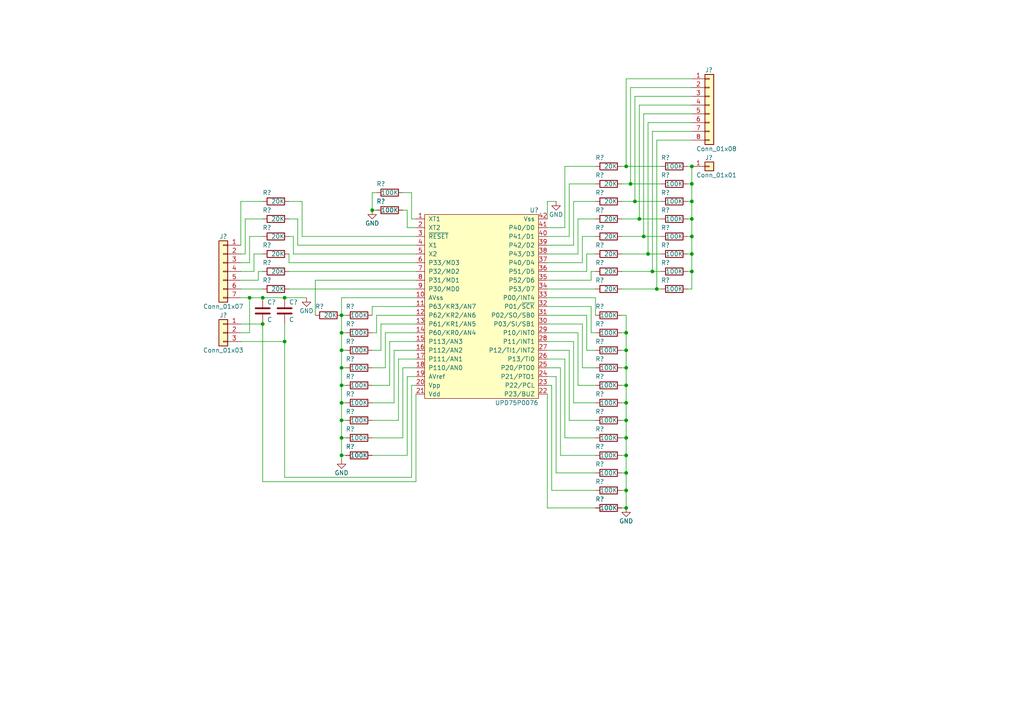
<source format=kicad_sch>
(kicad_sch (version 20211123) (generator eeschema)

  (uuid 7358da84-d000-430b-ac6d-e83c06852c41)

  (paper "A4")

  (lib_symbols
    (symbol "Connector_Generic:Conn_01x01" (pin_names (offset 1.016) hide) (in_bom yes) (on_board yes)
      (property "Reference" "J" (id 0) (at 0 2.54 0)
        (effects (font (size 1.27 1.27)))
      )
      (property "Value" "Conn_01x01" (id 1) (at 0 -2.54 0)
        (effects (font (size 1.27 1.27)))
      )
      (property "Footprint" "" (id 2) (at 0 0 0)
        (effects (font (size 1.27 1.27)) hide)
      )
      (property "Datasheet" "~" (id 3) (at 0 0 0)
        (effects (font (size 1.27 1.27)) hide)
      )
      (property "ki_keywords" "connector" (id 4) (at 0 0 0)
        (effects (font (size 1.27 1.27)) hide)
      )
      (property "ki_description" "Generic connector, single row, 01x01, script generated (kicad-library-utils/schlib/autogen/connector/)" (id 5) (at 0 0 0)
        (effects (font (size 1.27 1.27)) hide)
      )
      (property "ki_fp_filters" "Connector*:*_1x??_*" (id 6) (at 0 0 0)
        (effects (font (size 1.27 1.27)) hide)
      )
      (symbol "Conn_01x01_1_1"
        (rectangle (start -1.27 0.127) (end 0 -0.127)
          (stroke (width 0.1524) (type default) (color 0 0 0 0))
          (fill (type none))
        )
        (rectangle (start -1.27 1.27) (end 1.27 -1.27)
          (stroke (width 0.254) (type default) (color 0 0 0 0))
          (fill (type background))
        )
        (pin passive line (at -5.08 0 0) (length 3.81)
          (name "Pin_1" (effects (font (size 1.27 1.27))))
          (number "1" (effects (font (size 1.27 1.27))))
        )
      )
    )
    (symbol "Connector_Generic:Conn_01x03" (pin_names (offset 1.016) hide) (in_bom yes) (on_board yes)
      (property "Reference" "J" (id 0) (at 0 5.08 0)
        (effects (font (size 1.27 1.27)))
      )
      (property "Value" "Conn_01x03" (id 1) (at 0 -5.08 0)
        (effects (font (size 1.27 1.27)))
      )
      (property "Footprint" "" (id 2) (at 0 0 0)
        (effects (font (size 1.27 1.27)) hide)
      )
      (property "Datasheet" "~" (id 3) (at 0 0 0)
        (effects (font (size 1.27 1.27)) hide)
      )
      (property "ki_keywords" "connector" (id 4) (at 0 0 0)
        (effects (font (size 1.27 1.27)) hide)
      )
      (property "ki_description" "Generic connector, single row, 01x03, script generated (kicad-library-utils/schlib/autogen/connector/)" (id 5) (at 0 0 0)
        (effects (font (size 1.27 1.27)) hide)
      )
      (property "ki_fp_filters" "Connector*:*_1x??_*" (id 6) (at 0 0 0)
        (effects (font (size 1.27 1.27)) hide)
      )
      (symbol "Conn_01x03_1_1"
        (rectangle (start -1.27 -2.413) (end 0 -2.667)
          (stroke (width 0.1524) (type default) (color 0 0 0 0))
          (fill (type none))
        )
        (rectangle (start -1.27 0.127) (end 0 -0.127)
          (stroke (width 0.1524) (type default) (color 0 0 0 0))
          (fill (type none))
        )
        (rectangle (start -1.27 2.667) (end 0 2.413)
          (stroke (width 0.1524) (type default) (color 0 0 0 0))
          (fill (type none))
        )
        (rectangle (start -1.27 3.81) (end 1.27 -3.81)
          (stroke (width 0.254) (type default) (color 0 0 0 0))
          (fill (type background))
        )
        (pin passive line (at -5.08 2.54 0) (length 3.81)
          (name "Pin_1" (effects (font (size 1.27 1.27))))
          (number "1" (effects (font (size 1.27 1.27))))
        )
        (pin passive line (at -5.08 0 0) (length 3.81)
          (name "Pin_2" (effects (font (size 1.27 1.27))))
          (number "2" (effects (font (size 1.27 1.27))))
        )
        (pin passive line (at -5.08 -2.54 0) (length 3.81)
          (name "Pin_3" (effects (font (size 1.27 1.27))))
          (number "3" (effects (font (size 1.27 1.27))))
        )
      )
    )
    (symbol "Connector_Generic:Conn_01x07" (pin_names (offset 1.016) hide) (in_bom yes) (on_board yes)
      (property "Reference" "J" (id 0) (at 0 10.16 0)
        (effects (font (size 1.27 1.27)))
      )
      (property "Value" "Conn_01x07" (id 1) (at 0 -10.16 0)
        (effects (font (size 1.27 1.27)))
      )
      (property "Footprint" "" (id 2) (at 0 0 0)
        (effects (font (size 1.27 1.27)) hide)
      )
      (property "Datasheet" "~" (id 3) (at 0 0 0)
        (effects (font (size 1.27 1.27)) hide)
      )
      (property "ki_keywords" "connector" (id 4) (at 0 0 0)
        (effects (font (size 1.27 1.27)) hide)
      )
      (property "ki_description" "Generic connector, single row, 01x07, script generated (kicad-library-utils/schlib/autogen/connector/)" (id 5) (at 0 0 0)
        (effects (font (size 1.27 1.27)) hide)
      )
      (property "ki_fp_filters" "Connector*:*_1x??_*" (id 6) (at 0 0 0)
        (effects (font (size 1.27 1.27)) hide)
      )
      (symbol "Conn_01x07_1_1"
        (rectangle (start -1.27 -7.493) (end 0 -7.747)
          (stroke (width 0.1524) (type default) (color 0 0 0 0))
          (fill (type none))
        )
        (rectangle (start -1.27 -4.953) (end 0 -5.207)
          (stroke (width 0.1524) (type default) (color 0 0 0 0))
          (fill (type none))
        )
        (rectangle (start -1.27 -2.413) (end 0 -2.667)
          (stroke (width 0.1524) (type default) (color 0 0 0 0))
          (fill (type none))
        )
        (rectangle (start -1.27 0.127) (end 0 -0.127)
          (stroke (width 0.1524) (type default) (color 0 0 0 0))
          (fill (type none))
        )
        (rectangle (start -1.27 2.667) (end 0 2.413)
          (stroke (width 0.1524) (type default) (color 0 0 0 0))
          (fill (type none))
        )
        (rectangle (start -1.27 5.207) (end 0 4.953)
          (stroke (width 0.1524) (type default) (color 0 0 0 0))
          (fill (type none))
        )
        (rectangle (start -1.27 7.747) (end 0 7.493)
          (stroke (width 0.1524) (type default) (color 0 0 0 0))
          (fill (type none))
        )
        (rectangle (start -1.27 8.89) (end 1.27 -8.89)
          (stroke (width 0.254) (type default) (color 0 0 0 0))
          (fill (type background))
        )
        (pin passive line (at -5.08 7.62 0) (length 3.81)
          (name "Pin_1" (effects (font (size 1.27 1.27))))
          (number "1" (effects (font (size 1.27 1.27))))
        )
        (pin passive line (at -5.08 5.08 0) (length 3.81)
          (name "Pin_2" (effects (font (size 1.27 1.27))))
          (number "2" (effects (font (size 1.27 1.27))))
        )
        (pin passive line (at -5.08 2.54 0) (length 3.81)
          (name "Pin_3" (effects (font (size 1.27 1.27))))
          (number "3" (effects (font (size 1.27 1.27))))
        )
        (pin passive line (at -5.08 0 0) (length 3.81)
          (name "Pin_4" (effects (font (size 1.27 1.27))))
          (number "4" (effects (font (size 1.27 1.27))))
        )
        (pin passive line (at -5.08 -2.54 0) (length 3.81)
          (name "Pin_5" (effects (font (size 1.27 1.27))))
          (number "5" (effects (font (size 1.27 1.27))))
        )
        (pin passive line (at -5.08 -5.08 0) (length 3.81)
          (name "Pin_6" (effects (font (size 1.27 1.27))))
          (number "6" (effects (font (size 1.27 1.27))))
        )
        (pin passive line (at -5.08 -7.62 0) (length 3.81)
          (name "Pin_7" (effects (font (size 1.27 1.27))))
          (number "7" (effects (font (size 1.27 1.27))))
        )
      )
    )
    (symbol "Connector_Generic:Conn_01x08" (pin_names (offset 1.016) hide) (in_bom yes) (on_board yes)
      (property "Reference" "J" (id 0) (at 0 10.16 0)
        (effects (font (size 1.27 1.27)))
      )
      (property "Value" "Conn_01x08" (id 1) (at 0 -12.7 0)
        (effects (font (size 1.27 1.27)))
      )
      (property "Footprint" "" (id 2) (at 0 0 0)
        (effects (font (size 1.27 1.27)) hide)
      )
      (property "Datasheet" "~" (id 3) (at 0 0 0)
        (effects (font (size 1.27 1.27)) hide)
      )
      (property "ki_keywords" "connector" (id 4) (at 0 0 0)
        (effects (font (size 1.27 1.27)) hide)
      )
      (property "ki_description" "Generic connector, single row, 01x08, script generated (kicad-library-utils/schlib/autogen/connector/)" (id 5) (at 0 0 0)
        (effects (font (size 1.27 1.27)) hide)
      )
      (property "ki_fp_filters" "Connector*:*_1x??_*" (id 6) (at 0 0 0)
        (effects (font (size 1.27 1.27)) hide)
      )
      (symbol "Conn_01x08_1_1"
        (rectangle (start -1.27 -10.033) (end 0 -10.287)
          (stroke (width 0.1524) (type default) (color 0 0 0 0))
          (fill (type none))
        )
        (rectangle (start -1.27 -7.493) (end 0 -7.747)
          (stroke (width 0.1524) (type default) (color 0 0 0 0))
          (fill (type none))
        )
        (rectangle (start -1.27 -4.953) (end 0 -5.207)
          (stroke (width 0.1524) (type default) (color 0 0 0 0))
          (fill (type none))
        )
        (rectangle (start -1.27 -2.413) (end 0 -2.667)
          (stroke (width 0.1524) (type default) (color 0 0 0 0))
          (fill (type none))
        )
        (rectangle (start -1.27 0.127) (end 0 -0.127)
          (stroke (width 0.1524) (type default) (color 0 0 0 0))
          (fill (type none))
        )
        (rectangle (start -1.27 2.667) (end 0 2.413)
          (stroke (width 0.1524) (type default) (color 0 0 0 0))
          (fill (type none))
        )
        (rectangle (start -1.27 5.207) (end 0 4.953)
          (stroke (width 0.1524) (type default) (color 0 0 0 0))
          (fill (type none))
        )
        (rectangle (start -1.27 7.747) (end 0 7.493)
          (stroke (width 0.1524) (type default) (color 0 0 0 0))
          (fill (type none))
        )
        (rectangle (start -1.27 8.89) (end 1.27 -11.43)
          (stroke (width 0.254) (type default) (color 0 0 0 0))
          (fill (type background))
        )
        (pin passive line (at -5.08 7.62 0) (length 3.81)
          (name "Pin_1" (effects (font (size 1.27 1.27))))
          (number "1" (effects (font (size 1.27 1.27))))
        )
        (pin passive line (at -5.08 5.08 0) (length 3.81)
          (name "Pin_2" (effects (font (size 1.27 1.27))))
          (number "2" (effects (font (size 1.27 1.27))))
        )
        (pin passive line (at -5.08 2.54 0) (length 3.81)
          (name "Pin_3" (effects (font (size 1.27 1.27))))
          (number "3" (effects (font (size 1.27 1.27))))
        )
        (pin passive line (at -5.08 0 0) (length 3.81)
          (name "Pin_4" (effects (font (size 1.27 1.27))))
          (number "4" (effects (font (size 1.27 1.27))))
        )
        (pin passive line (at -5.08 -2.54 0) (length 3.81)
          (name "Pin_5" (effects (font (size 1.27 1.27))))
          (number "5" (effects (font (size 1.27 1.27))))
        )
        (pin passive line (at -5.08 -5.08 0) (length 3.81)
          (name "Pin_6" (effects (font (size 1.27 1.27))))
          (number "6" (effects (font (size 1.27 1.27))))
        )
        (pin passive line (at -5.08 -7.62 0) (length 3.81)
          (name "Pin_7" (effects (font (size 1.27 1.27))))
          (number "7" (effects (font (size 1.27 1.27))))
        )
        (pin passive line (at -5.08 -10.16 0) (length 3.81)
          (name "Pin_8" (effects (font (size 1.27 1.27))))
          (number "8" (effects (font (size 1.27 1.27))))
        )
      )
    )
    (symbol "Device:C" (pin_numbers hide) (pin_names (offset 0.254)) (in_bom yes) (on_board yes)
      (property "Reference" "C" (id 0) (at 0.635 2.54 0)
        (effects (font (size 1.27 1.27)) (justify left))
      )
      (property "Value" "C" (id 1) (at 0.635 -2.54 0)
        (effects (font (size 1.27 1.27)) (justify left))
      )
      (property "Footprint" "" (id 2) (at 0.9652 -3.81 0)
        (effects (font (size 1.27 1.27)) hide)
      )
      (property "Datasheet" "~" (id 3) (at 0 0 0)
        (effects (font (size 1.27 1.27)) hide)
      )
      (property "ki_keywords" "cap capacitor" (id 4) (at 0 0 0)
        (effects (font (size 1.27 1.27)) hide)
      )
      (property "ki_description" "Unpolarized capacitor" (id 5) (at 0 0 0)
        (effects (font (size 1.27 1.27)) hide)
      )
      (property "ki_fp_filters" "C_*" (id 6) (at 0 0 0)
        (effects (font (size 1.27 1.27)) hide)
      )
      (symbol "C_0_1"
        (polyline
          (pts
            (xy -2.032 -0.762)
            (xy 2.032 -0.762)
          )
          (stroke (width 0.508) (type default) (color 0 0 0 0))
          (fill (type none))
        )
        (polyline
          (pts
            (xy -2.032 0.762)
            (xy 2.032 0.762)
          )
          (stroke (width 0.508) (type default) (color 0 0 0 0))
          (fill (type none))
        )
      )
      (symbol "C_1_1"
        (pin passive line (at 0 3.81 270) (length 2.794)
          (name "~" (effects (font (size 1.27 1.27))))
          (number "1" (effects (font (size 1.27 1.27))))
        )
        (pin passive line (at 0 -3.81 90) (length 2.794)
          (name "~" (effects (font (size 1.27 1.27))))
          (number "2" (effects (font (size 1.27 1.27))))
        )
      )
    )
    (symbol "Device:R" (pin_numbers hide) (pin_names (offset 0)) (in_bom yes) (on_board yes)
      (property "Reference" "R" (id 0) (at 2.032 0 90)
        (effects (font (size 1.27 1.27)))
      )
      (property "Value" "R" (id 1) (at 0 0 90)
        (effects (font (size 1.27 1.27)))
      )
      (property "Footprint" "" (id 2) (at -1.778 0 90)
        (effects (font (size 1.27 1.27)) hide)
      )
      (property "Datasheet" "~" (id 3) (at 0 0 0)
        (effects (font (size 1.27 1.27)) hide)
      )
      (property "ki_keywords" "R res resistor" (id 4) (at 0 0 0)
        (effects (font (size 1.27 1.27)) hide)
      )
      (property "ki_description" "Resistor" (id 5) (at 0 0 0)
        (effects (font (size 1.27 1.27)) hide)
      )
      (property "ki_fp_filters" "R_*" (id 6) (at 0 0 0)
        (effects (font (size 1.27 1.27)) hide)
      )
      (symbol "R_0_1"
        (rectangle (start -1.016 -2.54) (end 1.016 2.54)
          (stroke (width 0.254) (type default) (color 0 0 0 0))
          (fill (type none))
        )
      )
      (symbol "R_1_1"
        (pin passive line (at 0 3.81 270) (length 1.27)
          (name "~" (effects (font (size 1.27 1.27))))
          (number "1" (effects (font (size 1.27 1.27))))
        )
        (pin passive line (at 0 -3.81 90) (length 1.27)
          (name "~" (effects (font (size 1.27 1.27))))
          (number "2" (effects (font (size 1.27 1.27))))
        )
      )
    )
    (symbol "power:GND" (power) (pin_names (offset 0)) (in_bom yes) (on_board yes)
      (property "Reference" "#PWR" (id 0) (at 0 -6.35 0)
        (effects (font (size 1.27 1.27)) hide)
      )
      (property "Value" "GND" (id 1) (at 0 -3.81 0)
        (effects (font (size 1.27 1.27)))
      )
      (property "Footprint" "" (id 2) (at 0 0 0)
        (effects (font (size 1.27 1.27)) hide)
      )
      (property "Datasheet" "" (id 3) (at 0 0 0)
        (effects (font (size 1.27 1.27)) hide)
      )
      (property "ki_keywords" "power-flag" (id 4) (at 0 0 0)
        (effects (font (size 1.27 1.27)) hide)
      )
      (property "ki_description" "Power symbol creates a global label with name \"GND\" , ground" (id 5) (at 0 0 0)
        (effects (font (size 1.27 1.27)) hide)
      )
      (symbol "GND_0_1"
        (polyline
          (pts
            (xy 0 0)
            (xy 0 -1.27)
            (xy 1.27 -1.27)
            (xy 0 -2.54)
            (xy -1.27 -1.27)
            (xy 0 -1.27)
          )
          (stroke (width 0) (type default) (color 0 0 0 0))
          (fill (type none))
        )
      )
      (symbol "GND_1_1"
        (pin power_in line (at 0 0 270) (length 0) hide
          (name "GND" (effects (font (size 1.27 1.27))))
          (number "1" (effects (font (size 1.27 1.27))))
        )
      )
    )
    (symbol "symbols:UPD75P0076" (pin_names (offset 1.04)) (in_bom yes) (on_board yes)
      (property "Reference" "U" (id 0) (at 15.24 27.94 0)
        (effects (font (size 1.27 1.27)))
      )
      (property "Value" "UPD75P0076" (id 1) (at 10.16 -27.94 0)
        (effects (font (size 1.27 1.27)))
      )
      (property "Footprint" "" (id 2) (at -2.54 27.94 0)
        (effects (font (size 1.27 1.27)) hide)
      )
      (property "Datasheet" "" (id 3) (at -2.54 27.94 0)
        (effects (font (size 1.27 1.27)) hide)
      )
      (symbol "UPD75P0076_0_1"
        (rectangle (start -16.51 26.67) (end 16.51 -26.67)
          (stroke (width 0) (type default) (color 0 0 0 0))
          (fill (type background))
        )
      )
      (symbol "UPD75P0076_1_1"
        (pin input line (at -19.05 25.4 0) (length 2.54)
          (name "XT1" (effects (font (size 1.27 1.27))))
          (number "1" (effects (font (size 1.27 1.27))))
        )
        (pin input line (at -19.05 2.54 0) (length 2.54)
          (name "AVss" (effects (font (size 1.27 1.27))))
          (number "10" (effects (font (size 1.27 1.27))))
        )
        (pin bidirectional line (at -19.05 0 0) (length 2.54)
          (name "P63/KR3/AN7" (effects (font (size 1.27 1.27))))
          (number "11" (effects (font (size 1.27 1.27))))
        )
        (pin bidirectional line (at -19.05 -2.54 0) (length 2.54)
          (name "P62/KR2/AN6" (effects (font (size 1.27 1.27))))
          (number "12" (effects (font (size 1.27 1.27))))
        )
        (pin bidirectional line (at -19.05 -5.08 0) (length 2.54)
          (name "P61/KR1/AN5" (effects (font (size 1.27 1.27))))
          (number "13" (effects (font (size 1.27 1.27))))
        )
        (pin bidirectional line (at -19.05 -7.62 0) (length 2.54)
          (name "P60/KR0/AN4" (effects (font (size 1.27 1.27))))
          (number "14" (effects (font (size 1.27 1.27))))
        )
        (pin input line (at -19.05 -10.16 0) (length 2.54)
          (name "P113/AN3" (effects (font (size 1.27 1.27))))
          (number "15" (effects (font (size 1.27 1.27))))
        )
        (pin input line (at -19.05 -12.7 0) (length 2.54)
          (name "P112/AN2" (effects (font (size 1.27 1.27))))
          (number "16" (effects (font (size 1.27 1.27))))
        )
        (pin input line (at -19.05 -15.24 0) (length 2.54)
          (name "P111/AN1" (effects (font (size 1.27 1.27))))
          (number "17" (effects (font (size 1.27 1.27))))
        )
        (pin input line (at -19.05 -17.78 0) (length 2.54)
          (name "P110/AN0" (effects (font (size 1.27 1.27))))
          (number "18" (effects (font (size 1.27 1.27))))
        )
        (pin input line (at -19.05 -20.32 0) (length 2.54)
          (name "AVref" (effects (font (size 1.27 1.27))))
          (number "19" (effects (font (size 1.27 1.27))))
        )
        (pin unspecified line (at -19.05 22.86 0) (length 2.54)
          (name "XT2" (effects (font (size 1.27 1.27))))
          (number "2" (effects (font (size 1.27 1.27))))
        )
        (pin input line (at -19.05 -22.86 0) (length 2.54)
          (name "Vpp" (effects (font (size 1.27 1.27))))
          (number "20" (effects (font (size 1.27 1.27))))
        )
        (pin input line (at -19.05 -25.4 0) (length 2.54)
          (name "Vdd" (effects (font (size 1.27 1.27))))
          (number "21" (effects (font (size 1.27 1.27))))
        )
        (pin bidirectional line (at 19.05 -25.4 180) (length 2.54)
          (name "P23/BUZ" (effects (font (size 1.27 1.27))))
          (number "22" (effects (font (size 1.27 1.27))))
        )
        (pin bidirectional line (at 19.05 -22.86 180) (length 2.54)
          (name "P22/PCL" (effects (font (size 1.27 1.27))))
          (number "23" (effects (font (size 1.27 1.27))))
        )
        (pin bidirectional line (at 19.05 -20.32 180) (length 2.54)
          (name "P21/PTO1" (effects (font (size 1.27 1.27))))
          (number "24" (effects (font (size 1.27 1.27))))
        )
        (pin bidirectional line (at 19.05 -17.78 180) (length 2.54)
          (name "P20/PTO0" (effects (font (size 1.27 1.27))))
          (number "25" (effects (font (size 1.27 1.27))))
        )
        (pin bidirectional line (at 19.05 -15.24 180) (length 2.54)
          (name "P13/TI0" (effects (font (size 1.27 1.27))))
          (number "26" (effects (font (size 1.27 1.27))))
        )
        (pin bidirectional line (at 19.05 -12.7 180) (length 2.54)
          (name "P12/TI1/INT2" (effects (font (size 1.27 1.27))))
          (number "27" (effects (font (size 1.27 1.27))))
        )
        (pin bidirectional line (at 19.05 -10.16 180) (length 2.54)
          (name "P11/INT1" (effects (font (size 1.27 1.27))))
          (number "28" (effects (font (size 1.27 1.27))))
        )
        (pin bidirectional line (at 19.05 -7.62 180) (length 2.54)
          (name "P10/INT0" (effects (font (size 1.27 1.27))))
          (number "29" (effects (font (size 1.27 1.27))))
        )
        (pin input line (at -19.05 20.32 0) (length 2.54)
          (name "~{RESET}" (effects (font (size 1.27 1.27))))
          (number "3" (effects (font (size 1.27 1.27))))
        )
        (pin bidirectional line (at 19.05 -5.08 180) (length 2.54)
          (name "P03/SI/SB1" (effects (font (size 1.27 1.27))))
          (number "30" (effects (font (size 1.27 1.27))))
        )
        (pin bidirectional line (at 19.05 -2.54 180) (length 2.54)
          (name "P02/SO/SB0" (effects (font (size 1.27 1.27))))
          (number "31" (effects (font (size 1.27 1.27))))
        )
        (pin bidirectional line (at 19.05 0 180) (length 2.54)
          (name "P01/~{SCK}" (effects (font (size 1.27 1.27))))
          (number "32" (effects (font (size 1.27 1.27))))
        )
        (pin bidirectional line (at 19.05 2.54 180) (length 2.54)
          (name "P00/INT4" (effects (font (size 1.27 1.27))))
          (number "33" (effects (font (size 1.27 1.27))))
        )
        (pin bidirectional line (at 19.05 5.08 180) (length 2.54)
          (name "P53/D7" (effects (font (size 1.27 1.27))))
          (number "34" (effects (font (size 1.27 1.27))))
        )
        (pin bidirectional line (at 19.05 7.62 180) (length 2.54)
          (name "P52/D6" (effects (font (size 1.27 1.27))))
          (number "35" (effects (font (size 1.27 1.27))))
        )
        (pin bidirectional line (at 19.05 10.16 180) (length 2.54)
          (name "P51/D5" (effects (font (size 1.27 1.27))))
          (number "36" (effects (font (size 1.27 1.27))))
        )
        (pin bidirectional line (at 19.05 12.7 180) (length 2.54)
          (name "P40/D4" (effects (font (size 1.27 1.27))))
          (number "37" (effects (font (size 1.27 1.27))))
        )
        (pin bidirectional line (at 19.05 15.24 180) (length 2.54)
          (name "P43/D3" (effects (font (size 1.27 1.27))))
          (number "38" (effects (font (size 1.27 1.27))))
        )
        (pin bidirectional line (at 19.05 17.78 180) (length 2.54)
          (name "P42/D2" (effects (font (size 1.27 1.27))))
          (number "39" (effects (font (size 1.27 1.27))))
        )
        (pin input line (at -19.05 17.78 0) (length 2.54)
          (name "X1" (effects (font (size 1.27 1.27))))
          (number "4" (effects (font (size 1.27 1.27))))
        )
        (pin bidirectional line (at 19.05 20.32 180) (length 2.54)
          (name "P41/D1" (effects (font (size 1.27 1.27))))
          (number "40" (effects (font (size 1.27 1.27))))
        )
        (pin bidirectional line (at 19.05 22.86 180) (length 2.54)
          (name "P40/D0" (effects (font (size 1.27 1.27))))
          (number "41" (effects (font (size 1.27 1.27))))
        )
        (pin input line (at 19.05 25.4 180) (length 2.54)
          (name "Vss" (effects (font (size 1.27 1.27))))
          (number "42" (effects (font (size 1.27 1.27))))
        )
        (pin input line (at -19.05 15.24 0) (length 2.54)
          (name "X2" (effects (font (size 1.27 1.27))))
          (number "5" (effects (font (size 1.27 1.27))))
        )
        (pin bidirectional line (at -19.05 12.7 0) (length 2.54)
          (name "P33/MD3" (effects (font (size 1.27 1.27))))
          (number "6" (effects (font (size 1.27 1.27))))
        )
        (pin bidirectional line (at -19.05 10.16 0) (length 2.54)
          (name "P32/MD2" (effects (font (size 1.27 1.27))))
          (number "7" (effects (font (size 1.27 1.27))))
        )
        (pin bidirectional line (at -19.05 7.62 0) (length 2.54)
          (name "P31/MD1" (effects (font (size 1.27 1.27))))
          (number "8" (effects (font (size 1.27 1.27))))
        )
        (pin bidirectional line (at -19.05 5.08 0) (length 2.54)
          (name "P30/MD0" (effects (font (size 1.27 1.27))))
          (number "9" (effects (font (size 1.27 1.27))))
        )
      )
    )
  )

  (junction (at 99.06 116.84) (diameter 0) (color 0 0 0 0)
    (uuid 0ada44e2-8208-4adb-a2db-9e859ac0bb72)
  )
  (junction (at 99.06 127) (diameter 0) (color 0 0 0 0)
    (uuid 0ba6e818-442c-4671-8c14-3fad7baf2c39)
  )
  (junction (at 99.06 91.44) (diameter 0) (color 0 0 0 0)
    (uuid 0bf90892-0e95-4412-a845-136a3dcac540)
  )
  (junction (at 184.15 58.42) (diameter 0) (color 0 0 0 0)
    (uuid 12010d13-7e04-451c-a80d-ad9243970439)
  )
  (junction (at 99.06 111.76) (diameter 0) (color 0 0 0 0)
    (uuid 13e54aec-161c-488b-8367-2a1105f01f28)
  )
  (junction (at 200.66 78.74) (diameter 0) (color 0 0 0 0)
    (uuid 1b31290d-2f2a-477f-919a-9e0c24ecd12a)
  )
  (junction (at 181.61 48.26) (diameter 0) (color 0 0 0 0)
    (uuid 28febae0-6342-4bad-8605-df75b43e3ce0)
  )
  (junction (at 185.42 63.5) (diameter 0) (color 0 0 0 0)
    (uuid 2d479384-7814-40b7-972a-685369015014)
  )
  (junction (at 76.2 86.36) (diameter 0) (color 0 0 0 0)
    (uuid 2eb60516-396e-4250-ad28-c2e1d5d3469b)
  )
  (junction (at 181.61 147.32) (diameter 0) (color 0 0 0 0)
    (uuid 3f388a2e-6408-4c9a-a3ce-953701b79ccb)
  )
  (junction (at 99.06 106.68) (diameter 0) (color 0 0 0 0)
    (uuid 4d983774-5238-422a-9498-26f44665eb34)
  )
  (junction (at 187.96 73.66) (diameter 0) (color 0 0 0 0)
    (uuid 6e8ba96e-f238-436f-9d1f-e80a7287dcc2)
  )
  (junction (at 200.66 58.42) (diameter 0) (color 0 0 0 0)
    (uuid 6f406ac5-c60e-478d-a719-6505f67062dd)
  )
  (junction (at 99.06 101.6) (diameter 0) (color 0 0 0 0)
    (uuid 7c968579-e763-4eb5-911a-026616de01e3)
  )
  (junction (at 200.66 63.5) (diameter 0) (color 0 0 0 0)
    (uuid 7f8a300e-81a7-48f4-9169-681b86c0973e)
  )
  (junction (at 99.06 96.52) (diameter 0) (color 0 0 0 0)
    (uuid 819585b0-5300-44d7-ab8a-52e8e7592a0c)
  )
  (junction (at 200.66 68.58) (diameter 0) (color 0 0 0 0)
    (uuid 8778cbaf-96d9-4d35-8378-f7ce982ac949)
  )
  (junction (at 200.66 73.66) (diameter 0) (color 0 0 0 0)
    (uuid 90732493-ee7c-463d-9e19-46916473580b)
  )
  (junction (at 186.69 68.58) (diameter 0) (color 0 0 0 0)
    (uuid 97574cb4-98b4-4b60-a575-f0d91252f6c9)
  )
  (junction (at 181.61 132.08) (diameter 0) (color 0 0 0 0)
    (uuid 97797377-65a9-4f05-b9ff-49a2fe2458fa)
  )
  (junction (at 200.66 48.26) (diameter 0) (color 0 0 0 0)
    (uuid a0f028d0-c4b4-417b-b0a8-bd2df694fc10)
  )
  (junction (at 189.23 78.74) (diameter 0) (color 0 0 0 0)
    (uuid a170dfc8-f0ca-4133-be9e-168ac6684157)
  )
  (junction (at 182.88 53.34) (diameter 0) (color 0 0 0 0)
    (uuid a7ccc9d9-f9a5-4edf-a5db-ac30aed4c1c4)
  )
  (junction (at 107.95 60.96) (diameter 0) (color 0 0 0 0)
    (uuid a84fde50-55be-4374-b348-f560c6462a7e)
  )
  (junction (at 181.61 137.16) (diameter 0) (color 0 0 0 0)
    (uuid af73c6e5-a98a-4a0f-9606-1f6ee2df0cef)
  )
  (junction (at 82.55 99.06) (diameter 0) (color 0 0 0 0)
    (uuid b1430c45-5415-4a82-9183-76c02470587b)
  )
  (junction (at 99.06 121.92) (diameter 0) (color 0 0 0 0)
    (uuid b32db8e0-8723-4c20-b19e-a82ec6878d8c)
  )
  (junction (at 181.61 142.24) (diameter 0) (color 0 0 0 0)
    (uuid b3e86582-5074-48bf-bd24-2a7c85659513)
  )
  (junction (at 181.61 127) (diameter 0) (color 0 0 0 0)
    (uuid b5005f5d-15a3-4f8c-a437-7b7e5ea017b7)
  )
  (junction (at 82.55 86.36) (diameter 0) (color 0 0 0 0)
    (uuid b547b7bd-0f73-48a4-8b4e-3e063cc742ee)
  )
  (junction (at 190.5 83.82) (diameter 0) (color 0 0 0 0)
    (uuid b6763690-e315-409b-82fc-e21a061b5fac)
  )
  (junction (at 200.66 53.34) (diameter 0) (color 0 0 0 0)
    (uuid be4103db-688c-4e3e-ac47-cd2439b0afa2)
  )
  (junction (at 76.2 93.98) (diameter 0) (color 0 0 0 0)
    (uuid be8cb5be-b0f1-4b0e-bf62-dcdf040ad159)
  )
  (junction (at 181.61 121.92) (diameter 0) (color 0 0 0 0)
    (uuid c9f10677-fed9-4a6f-b147-ce64a2ed0d7b)
  )
  (junction (at 181.61 111.76) (diameter 0) (color 0 0 0 0)
    (uuid d06bb420-b45c-4b39-aa1c-71693b00292b)
  )
  (junction (at 72.39 86.36) (diameter 0) (color 0 0 0 0)
    (uuid d9b1c4f3-e5f5-4ab6-b733-ed7bd56fd6ef)
  )
  (junction (at 99.06 132.08) (diameter 0) (color 0 0 0 0)
    (uuid db9af225-c993-4502-b626-4bf30d618302)
  )
  (junction (at 181.61 106.68) (diameter 0) (color 0 0 0 0)
    (uuid e4a6da64-71f5-4383-a66d-2744d74876eb)
  )
  (junction (at 181.61 96.52) (diameter 0) (color 0 0 0 0)
    (uuid e819b242-6e15-4266-81e0-6f0ef46712ea)
  )
  (junction (at 181.61 101.6) (diameter 0) (color 0 0 0 0)
    (uuid ecd3927b-45e4-499f-aef3-8cbc698acec0)
  )
  (junction (at 181.61 116.84) (diameter 0) (color 0 0 0 0)
    (uuid f28b6289-54bb-4204-b414-3e963ec6ceee)
  )

  (wire (pts (xy 118.11 60.96) (xy 116.84 60.96))
    (stroke (width 0) (type default) (color 0 0 0 0))
    (uuid 0268b5c3-8dee-4788-960b-cb63da4938f4)
  )
  (wire (pts (xy 200.66 58.42) (xy 200.66 63.5))
    (stroke (width 0) (type default) (color 0 0 0 0))
    (uuid 02acd047-b524-4a7a-97bd-b323ba7a4ed0)
  )
  (wire (pts (xy 110.49 93.98) (xy 120.65 93.98))
    (stroke (width 0) (type default) (color 0 0 0 0))
    (uuid 02fd7c2d-23c2-4c22-b211-57e34ebc2ff2)
  )
  (wire (pts (xy 180.34 48.26) (xy 181.61 48.26))
    (stroke (width 0) (type default) (color 0 0 0 0))
    (uuid 076e2907-9a6a-4f55-839c-bf20030b0496)
  )
  (wire (pts (xy 158.75 88.9) (xy 171.45 88.9))
    (stroke (width 0) (type default) (color 0 0 0 0))
    (uuid 0ae4041e-85dc-46a0-a844-a089231754b4)
  )
  (wire (pts (xy 118.11 66.04) (xy 118.11 60.96))
    (stroke (width 0) (type default) (color 0 0 0 0))
    (uuid 0c444f9d-d5bd-4498-9ae8-6b3dd05fca8f)
  )
  (wire (pts (xy 76.2 68.58) (xy 72.39 68.58))
    (stroke (width 0) (type default) (color 0 0 0 0))
    (uuid 0cc62216-a62f-4a24-b47c-95385a039351)
  )
  (wire (pts (xy 86.36 71.12) (xy 120.65 71.12))
    (stroke (width 0) (type default) (color 0 0 0 0))
    (uuid 0cee6c01-5b09-4ec4-9baf-d599698982bf)
  )
  (wire (pts (xy 87.63 68.58) (xy 120.65 68.58))
    (stroke (width 0) (type default) (color 0 0 0 0))
    (uuid 0d3c86e9-e65e-4969-85a3-c12126b8c847)
  )
  (wire (pts (xy 120.65 81.28) (xy 91.44 81.28))
    (stroke (width 0) (type default) (color 0 0 0 0))
    (uuid 0dde9388-911e-473e-b5da-06c6fcb5c242)
  )
  (wire (pts (xy 182.88 25.4) (xy 200.66 25.4))
    (stroke (width 0) (type default) (color 0 0 0 0))
    (uuid 0ef7e833-5a8b-4a81-bc53-c8cb365eabd7)
  )
  (wire (pts (xy 107.95 91.44) (xy 107.95 88.9))
    (stroke (width 0) (type default) (color 0 0 0 0))
    (uuid 112df9d0-6428-4119-88b7-f53542feda09)
  )
  (wire (pts (xy 119.38 63.5) (xy 120.65 63.5))
    (stroke (width 0) (type default) (color 0 0 0 0))
    (uuid 119d1f95-b799-44b6-8680-f3a835b97e7f)
  )
  (wire (pts (xy 180.34 53.34) (xy 182.88 53.34))
    (stroke (width 0) (type default) (color 0 0 0 0))
    (uuid 1264c7ac-85d0-42c8-a0ae-440471f800b4)
  )
  (wire (pts (xy 76.2 63.5) (xy 71.12 63.5))
    (stroke (width 0) (type default) (color 0 0 0 0))
    (uuid 12c43c3f-be54-4e07-b01c-dcaeab4c5eb2)
  )
  (wire (pts (xy 185.42 63.5) (xy 191.77 63.5))
    (stroke (width 0) (type default) (color 0 0 0 0))
    (uuid 134945cb-f986-47ba-9d02-b4f6f1efef77)
  )
  (wire (pts (xy 71.12 63.5) (xy 71.12 73.66))
    (stroke (width 0) (type default) (color 0 0 0 0))
    (uuid 13baaad3-16b6-4a00-9682-bbeaabe9ab2b)
  )
  (wire (pts (xy 83.82 63.5) (xy 86.36 63.5))
    (stroke (width 0) (type default) (color 0 0 0 0))
    (uuid 16092907-08d9-41e2-9fb2-578e018d0ef3)
  )
  (wire (pts (xy 181.61 127) (xy 181.61 132.08))
    (stroke (width 0) (type default) (color 0 0 0 0))
    (uuid 16ee9976-37d3-4a91-b392-a270840c61c1)
  )
  (wire (pts (xy 200.66 73.66) (xy 200.66 78.74))
    (stroke (width 0) (type default) (color 0 0 0 0))
    (uuid 1a5715b6-1431-47dc-afd2-c2fde6c59f6c)
  )
  (wire (pts (xy 172.72 116.84) (xy 166.37 116.84))
    (stroke (width 0) (type default) (color 0 0 0 0))
    (uuid 1bf2f907-7444-4ddb-ad4f-623d68a670db)
  )
  (wire (pts (xy 180.34 96.52) (xy 181.61 96.52))
    (stroke (width 0) (type default) (color 0 0 0 0))
    (uuid 1d48b944-d428-4717-9dc8-ce597a929a02)
  )
  (wire (pts (xy 118.11 109.22) (xy 118.11 132.08))
    (stroke (width 0) (type default) (color 0 0 0 0))
    (uuid 1dd8f09b-ae45-479c-b620-6f169c2f6a7e)
  )
  (wire (pts (xy 187.96 35.56) (xy 200.66 35.56))
    (stroke (width 0) (type default) (color 0 0 0 0))
    (uuid 1f171b59-f614-4f01-8cdf-f78a53eaa595)
  )
  (wire (pts (xy 116.84 106.68) (xy 120.65 106.68))
    (stroke (width 0) (type default) (color 0 0 0 0))
    (uuid 1f17c709-5c43-4b21-81d0-d76135a35105)
  )
  (wire (pts (xy 158.75 106.68) (xy 162.56 106.68))
    (stroke (width 0) (type default) (color 0 0 0 0))
    (uuid 21773e3c-f5c8-4ebb-94b4-efd0fe5b9307)
  )
  (wire (pts (xy 158.75 81.28) (xy 171.45 81.28))
    (stroke (width 0) (type default) (color 0 0 0 0))
    (uuid 221036c9-5b08-456f-ac7e-734184ff7811)
  )
  (wire (pts (xy 69.85 58.42) (xy 69.85 71.12))
    (stroke (width 0) (type default) (color 0 0 0 0))
    (uuid 232492eb-467f-4994-ad44-1ab95cedfd75)
  )
  (wire (pts (xy 113.03 111.76) (xy 113.03 99.06))
    (stroke (width 0) (type default) (color 0 0 0 0))
    (uuid 23bfc1fb-dad1-4822-a964-9e4639a8ea20)
  )
  (wire (pts (xy 182.88 53.34) (xy 191.77 53.34))
    (stroke (width 0) (type default) (color 0 0 0 0))
    (uuid 249da2a6-9be9-4f14-b81d-2aa32e8c0a9a)
  )
  (wire (pts (xy 200.66 68.58) (xy 200.66 73.66))
    (stroke (width 0) (type default) (color 0 0 0 0))
    (uuid 24aca5f0-1ee8-4265-ba74-f58dda5335c1)
  )
  (wire (pts (xy 69.85 86.36) (xy 72.39 86.36))
    (stroke (width 0) (type default) (color 0 0 0 0))
    (uuid 269bc168-9fb5-460f-ab48-f9c88f32c62d)
  )
  (wire (pts (xy 99.06 111.76) (xy 99.06 116.84))
    (stroke (width 0) (type default) (color 0 0 0 0))
    (uuid 26bc7312-7de7-41f0-9760-12ecee203d60)
  )
  (wire (pts (xy 181.61 142.24) (xy 181.61 147.32))
    (stroke (width 0) (type default) (color 0 0 0 0))
    (uuid 26c26b0d-928b-42be-a96d-cc0324aae423)
  )
  (wire (pts (xy 158.75 63.5) (xy 158.75 58.42))
    (stroke (width 0) (type default) (color 0 0 0 0))
    (uuid 2750e428-8f02-457a-be20-cacba70895c8)
  )
  (wire (pts (xy 165.1 53.34) (xy 165.1 68.58))
    (stroke (width 0) (type default) (color 0 0 0 0))
    (uuid 296aad37-8ba5-47ae-8147-a29e7bec7492)
  )
  (wire (pts (xy 114.3 101.6) (xy 114.3 116.84))
    (stroke (width 0) (type default) (color 0 0 0 0))
    (uuid 29f55816-04ba-46ab-8c96-99754fb24ede)
  )
  (wire (pts (xy 69.85 96.52) (xy 72.39 96.52))
    (stroke (width 0) (type default) (color 0 0 0 0))
    (uuid 2afcecde-cec6-46c5-a8fc-d650836a326a)
  )
  (wire (pts (xy 158.75 109.22) (xy 161.29 109.22))
    (stroke (width 0) (type default) (color 0 0 0 0))
    (uuid 2c5ba59d-3d58-467a-a7bc-8e458c45c20e)
  )
  (wire (pts (xy 107.95 60.96) (xy 109.22 60.96))
    (stroke (width 0) (type default) (color 0 0 0 0))
    (uuid 2fe2f887-6917-4592-80d2-f5227b2ce248)
  )
  (wire (pts (xy 172.72 137.16) (xy 161.29 137.16))
    (stroke (width 0) (type default) (color 0 0 0 0))
    (uuid 2ff17680-8dda-419f-8387-e793ba66860d)
  )
  (wire (pts (xy 160.02 111.76) (xy 160.02 142.24))
    (stroke (width 0) (type default) (color 0 0 0 0))
    (uuid 303755d8-5a2b-4389-94e4-593ce6e3e813)
  )
  (wire (pts (xy 83.82 68.58) (xy 85.09 68.58))
    (stroke (width 0) (type default) (color 0 0 0 0))
    (uuid 3077010f-d578-42a4-a582-df09c9d5d6b1)
  )
  (wire (pts (xy 181.61 101.6) (xy 181.61 106.68))
    (stroke (width 0) (type default) (color 0 0 0 0))
    (uuid 31f2e339-8575-4afc-bb0e-8e855df9ee73)
  )
  (wire (pts (xy 158.75 73.66) (xy 167.64 73.66))
    (stroke (width 0) (type default) (color 0 0 0 0))
    (uuid 32098af1-4522-45fa-9158-5a605be6f792)
  )
  (wire (pts (xy 99.06 132.08) (xy 100.33 132.08))
    (stroke (width 0) (type default) (color 0 0 0 0))
    (uuid 33538497-3ae8-498e-b0ed-ab0cae24d21a)
  )
  (wire (pts (xy 168.91 93.98) (xy 168.91 106.68))
    (stroke (width 0) (type default) (color 0 0 0 0))
    (uuid 33b4127d-a443-4768-a4be-a244381f7ed0)
  )
  (wire (pts (xy 165.1 68.58) (xy 158.75 68.58))
    (stroke (width 0) (type default) (color 0 0 0 0))
    (uuid 35ccdd24-3036-4854-ad7d-ec96ea84bf11)
  )
  (wire (pts (xy 85.09 68.58) (xy 85.09 73.66))
    (stroke (width 0) (type default) (color 0 0 0 0))
    (uuid 36214c9d-84c9-4942-8ea5-4bdd2b57256e)
  )
  (wire (pts (xy 107.95 88.9) (xy 120.65 88.9))
    (stroke (width 0) (type default) (color 0 0 0 0))
    (uuid 36fe03f3-9f80-4305-b7ab-3421f4efe291)
  )
  (wire (pts (xy 185.42 30.48) (xy 200.66 30.48))
    (stroke (width 0) (type default) (color 0 0 0 0))
    (uuid 37b7cb92-740b-42e0-8249-a3f3244dc255)
  )
  (wire (pts (xy 180.34 142.24) (xy 181.61 142.24))
    (stroke (width 0) (type default) (color 0 0 0 0))
    (uuid 38c24e15-ce82-42a4-8c42-6abe70b8dc1b)
  )
  (wire (pts (xy 100.33 91.44) (xy 99.06 91.44))
    (stroke (width 0) (type default) (color 0 0 0 0))
    (uuid 3a0322fe-e18f-439a-ab58-16767e92cfd9)
  )
  (wire (pts (xy 166.37 71.12) (xy 166.37 58.42))
    (stroke (width 0) (type default) (color 0 0 0 0))
    (uuid 3a55acc0-104e-4a71-a963-7f0de628878c)
  )
  (wire (pts (xy 199.39 48.26) (xy 200.66 48.26))
    (stroke (width 0) (type default) (color 0 0 0 0))
    (uuid 3a55cfbc-96bb-43ea-8b75-2c2521249bf8)
  )
  (wire (pts (xy 161.29 109.22) (xy 161.29 137.16))
    (stroke (width 0) (type default) (color 0 0 0 0))
    (uuid 3af6fb85-eb09-41a1-b128-2e5ede73e786)
  )
  (wire (pts (xy 170.18 73.66) (xy 170.18 78.74))
    (stroke (width 0) (type default) (color 0 0 0 0))
    (uuid 3b99911f-ce63-4f7c-bbf1-75c0bc0fb8dd)
  )
  (wire (pts (xy 181.61 22.86) (xy 181.61 48.26))
    (stroke (width 0) (type default) (color 0 0 0 0))
    (uuid 3bca7496-ae42-42e5-a4b1-6e0735904ec7)
  )
  (wire (pts (xy 107.95 121.92) (xy 115.57 121.92))
    (stroke (width 0) (type default) (color 0 0 0 0))
    (uuid 3be8e8d7-0b98-4b4a-aa5f-e8c0f8955d8d)
  )
  (wire (pts (xy 199.39 73.66) (xy 200.66 73.66))
    (stroke (width 0) (type default) (color 0 0 0 0))
    (uuid 3c907909-63d9-426a-ae92-66173c2e8cf6)
  )
  (wire (pts (xy 185.42 63.5) (xy 180.34 63.5))
    (stroke (width 0) (type default) (color 0 0 0 0))
    (uuid 3e0031dc-e3f2-477d-934a-9866d09017ef)
  )
  (wire (pts (xy 168.91 76.2) (xy 158.75 76.2))
    (stroke (width 0) (type default) (color 0 0 0 0))
    (uuid 3e4af82d-4b80-4936-a5b8-259ebcfbf53f)
  )
  (wire (pts (xy 200.66 78.74) (xy 200.66 83.82))
    (stroke (width 0) (type default) (color 0 0 0 0))
    (uuid 41aaf42a-c73c-4612-94ec-58f9e3ae5c7a)
  )
  (wire (pts (xy 181.61 91.44) (xy 181.61 96.52))
    (stroke (width 0) (type default) (color 0 0 0 0))
    (uuid 41b8f663-715a-40b6-bb3a-8fc60d0570ac)
  )
  (wire (pts (xy 172.72 68.58) (xy 168.91 68.58))
    (stroke (width 0) (type default) (color 0 0 0 0))
    (uuid 424de8d9-5cdb-424c-b4f8-a34ea2a582c5)
  )
  (wire (pts (xy 200.66 22.86) (xy 181.61 22.86))
    (stroke (width 0) (type default) (color 0 0 0 0))
    (uuid 429033b7-b65f-4029-b6fa-ce426f9065ba)
  )
  (wire (pts (xy 107.95 55.88) (xy 107.95 60.96))
    (stroke (width 0) (type default) (color 0 0 0 0))
    (uuid 46439713-c114-4b95-839b-dc58871629f5)
  )
  (wire (pts (xy 200.66 63.5) (xy 200.66 68.58))
    (stroke (width 0) (type default) (color 0 0 0 0))
    (uuid 468da066-7f3b-4785-9727-f08209f38432)
  )
  (wire (pts (xy 99.06 116.84) (xy 99.06 121.92))
    (stroke (width 0) (type default) (color 0 0 0 0))
    (uuid 479dbc36-8c7e-46e8-96b0-0a0aa289abe1)
  )
  (wire (pts (xy 85.09 73.66) (xy 120.65 73.66))
    (stroke (width 0) (type default) (color 0 0 0 0))
    (uuid 48a63997-ec64-40d9-9959-23a25d5594a9)
  )
  (wire (pts (xy 158.75 91.44) (xy 170.18 91.44))
    (stroke (width 0) (type default) (color 0 0 0 0))
    (uuid 48c49fe4-a1d8-4eb1-8e41-6aadf1a285ec)
  )
  (wire (pts (xy 170.18 101.6) (xy 172.72 101.6))
    (stroke (width 0) (type default) (color 0 0 0 0))
    (uuid 4a3e4a8e-b1ba-400d-9463-85e3cbf83224)
  )
  (wire (pts (xy 119.38 111.76) (xy 119.38 138.43))
    (stroke (width 0) (type default) (color 0 0 0 0))
    (uuid 4b58d3d2-3fd9-4d48-93e4-d9451d939bc4)
  )
  (wire (pts (xy 111.76 96.52) (xy 120.65 96.52))
    (stroke (width 0) (type default) (color 0 0 0 0))
    (uuid 4c5a2858-3b19-4a77-9b80-29ccdc767f1a)
  )
  (wire (pts (xy 99.06 127) (xy 100.33 127))
    (stroke (width 0) (type default) (color 0 0 0 0))
    (uuid 4c716ad3-b2f5-4e5e-8228-4c60ec594593)
  )
  (wire (pts (xy 109.22 96.52) (xy 107.95 96.52))
    (stroke (width 0) (type default) (color 0 0 0 0))
    (uuid 4cfe0f1b-b811-4ae6-b047-99bff368ae11)
  )
  (wire (pts (xy 171.45 78.74) (xy 172.72 78.74))
    (stroke (width 0) (type default) (color 0 0 0 0))
    (uuid 5149c561-7c95-4812-9398-8305f94d79ab)
  )
  (wire (pts (xy 99.06 96.52) (xy 99.06 101.6))
    (stroke (width 0) (type default) (color 0 0 0 0))
    (uuid 53ab3499-3366-4c01-acea-eb10081aaa6c)
  )
  (wire (pts (xy 99.06 132.08) (xy 99.06 133.35))
    (stroke (width 0) (type default) (color 0 0 0 0))
    (uuid 544c10dc-d24b-44b2-9fea-29a8e947a8c8)
  )
  (wire (pts (xy 158.75 83.82) (xy 172.72 83.82))
    (stroke (width 0) (type default) (color 0 0 0 0))
    (uuid 547ab167-f3f0-4af1-98a4-e8aa540c231d)
  )
  (wire (pts (xy 99.06 121.92) (xy 99.06 127))
    (stroke (width 0) (type default) (color 0 0 0 0))
    (uuid 54a641e7-e0ca-4bd3-bf5e-d28913ecd6f5)
  )
  (wire (pts (xy 172.72 73.66) (xy 170.18 73.66))
    (stroke (width 0) (type default) (color 0 0 0 0))
    (uuid 5544320a-7fed-49d2-a6c3-0b02e49c063a)
  )
  (wire (pts (xy 69.85 76.2) (xy 72.39 76.2))
    (stroke (width 0) (type default) (color 0 0 0 0))
    (uuid 55445ded-7472-43f9-a277-15061e7a8d40)
  )
  (wire (pts (xy 200.66 83.82) (xy 199.39 83.82))
    (stroke (width 0) (type default) (color 0 0 0 0))
    (uuid 5555034e-be3a-4a87-9dd7-1843bf435e36)
  )
  (wire (pts (xy 180.34 91.44) (xy 181.61 91.44))
    (stroke (width 0) (type default) (color 0 0 0 0))
    (uuid 58678dee-5cbd-435b-a844-b4ef5cf773bc)
  )
  (wire (pts (xy 114.3 101.6) (xy 120.65 101.6))
    (stroke (width 0) (type default) (color 0 0 0 0))
    (uuid 595fe87b-aac7-4ad8-8d5e-d81cdcf5c104)
  )
  (wire (pts (xy 76.2 78.74) (xy 74.93 78.74))
    (stroke (width 0) (type default) (color 0 0 0 0))
    (uuid 5a6364fd-d729-460b-a90a-de18adfcf01d)
  )
  (wire (pts (xy 180.34 121.92) (xy 181.61 121.92))
    (stroke (width 0) (type default) (color 0 0 0 0))
    (uuid 5b204545-7e36-41c9-a040-4ea608810f6b)
  )
  (wire (pts (xy 172.72 53.34) (xy 165.1 53.34))
    (stroke (width 0) (type default) (color 0 0 0 0))
    (uuid 5bfd9108-deed-44d8-a747-fc18409de2c9)
  )
  (wire (pts (xy 158.75 104.14) (xy 163.83 104.14))
    (stroke (width 0) (type default) (color 0 0 0 0))
    (uuid 5dc8e4a8-2e24-4db6-b7ef-e36eb0d4cd19)
  )
  (wire (pts (xy 110.49 101.6) (xy 110.49 93.98))
    (stroke (width 0) (type default) (color 0 0 0 0))
    (uuid 5f035c16-a2aa-4496-8416-95c217103603)
  )
  (wire (pts (xy 72.39 86.36) (xy 72.39 96.52))
    (stroke (width 0) (type default) (color 0 0 0 0))
    (uuid 6122ec90-809c-408a-88c0-ec935a022ee2)
  )
  (wire (pts (xy 114.3 116.84) (xy 107.95 116.84))
    (stroke (width 0) (type default) (color 0 0 0 0))
    (uuid 63b88ecc-df9d-40be-881c-bbdabb90572f)
  )
  (wire (pts (xy 180.34 132.08) (xy 181.61 132.08))
    (stroke (width 0) (type default) (color 0 0 0 0))
    (uuid 646c6920-7dce-45af-a733-a2034909c419)
  )
  (wire (pts (xy 184.15 58.42) (xy 180.34 58.42))
    (stroke (width 0) (type default) (color 0 0 0 0))
    (uuid 6642f24f-04cf-4edc-beed-78c1ae8e5ad4)
  )
  (wire (pts (xy 100.33 101.6) (xy 99.06 101.6))
    (stroke (width 0) (type default) (color 0 0 0 0))
    (uuid 6870eb90-488d-4ed0-94d4-3153af96baa9)
  )
  (wire (pts (xy 199.39 63.5) (xy 200.66 63.5))
    (stroke (width 0) (type default) (color 0 0 0 0))
    (uuid 687a5eaf-34d7-4709-920b-49455e783f9b)
  )
  (wire (pts (xy 181.61 121.92) (xy 181.61 127))
    (stroke (width 0) (type default) (color 0 0 0 0))
    (uuid 6a0913c7-3e48-453a-95b2-1d7ef903295c)
  )
  (wire (pts (xy 172.72 127) (xy 163.83 127))
    (stroke (width 0) (type default) (color 0 0 0 0))
    (uuid 6c004de6-0287-4431-afb7-80c8f3bfd9cd)
  )
  (wire (pts (xy 171.45 81.28) (xy 171.45 78.74))
    (stroke (width 0) (type default) (color 0 0 0 0))
    (uuid 6cdf1764-1272-4a77-b47c-5f496418e932)
  )
  (wire (pts (xy 99.06 121.92) (xy 100.33 121.92))
    (stroke (width 0) (type default) (color 0 0 0 0))
    (uuid 6cfffa8b-8787-41ee-844a-b620137f3278)
  )
  (wire (pts (xy 69.85 83.82) (xy 76.2 83.82))
    (stroke (width 0) (type default) (color 0 0 0 0))
    (uuid 6d1a4e0a-5d15-4984-ad40-dd50c04bbc80)
  )
  (wire (pts (xy 190.5 83.82) (xy 191.77 83.82))
    (stroke (width 0) (type default) (color 0 0 0 0))
    (uuid 6dd29e0e-2df0-4f8d-b5f4-da0d9be7ef62)
  )
  (wire (pts (xy 172.72 86.36) (xy 172.72 91.44))
    (stroke (width 0) (type default) (color 0 0 0 0))
    (uuid 6e0980b9-6f5d-4935-a528-bc98f77cdf6f)
  )
  (wire (pts (xy 166.37 58.42) (xy 172.72 58.42))
    (stroke (width 0) (type default) (color 0 0 0 0))
    (uuid 6f18a44a-b9a6-44b9-8603-bc01eb933d0a)
  )
  (wire (pts (xy 180.34 78.74) (xy 189.23 78.74))
    (stroke (width 0) (type default) (color 0 0 0 0))
    (uuid 6f2d4783-0066-4ead-b8b4-2ae07c527692)
  )
  (wire (pts (xy 76.2 73.66) (xy 73.66 73.66))
    (stroke (width 0) (type default) (color 0 0 0 0))
    (uuid 6fe2190a-a104-4fd8-8367-be5656cce7e0)
  )
  (wire (pts (xy 180.34 68.58) (xy 186.69 68.58))
    (stroke (width 0) (type default) (color 0 0 0 0))
    (uuid 710b4205-5ac9-4bce-851d-fba8f8f97159)
  )
  (wire (pts (xy 181.61 116.84) (xy 181.61 121.92))
    (stroke (width 0) (type default) (color 0 0 0 0))
    (uuid 714711a5-c5d8-48b2-add1-039e91bf112f)
  )
  (wire (pts (xy 115.57 121.92) (xy 115.57 104.14))
    (stroke (width 0) (type default) (color 0 0 0 0))
    (uuid 7171584c-4e31-4ce9-b6ac-d4d3ba767051)
  )
  (wire (pts (xy 91.44 81.28) (xy 91.44 91.44))
    (stroke (width 0) (type default) (color 0 0 0 0))
    (uuid 7243946d-2117-4cdd-b2ce-345fd7c8eb53)
  )
  (wire (pts (xy 158.75 86.36) (xy 172.72 86.36))
    (stroke (width 0) (type default) (color 0 0 0 0))
    (uuid 72d43ebe-b3f9-4256-b702-5637a16499d6)
  )
  (wire (pts (xy 73.66 73.66) (xy 73.66 78.74))
    (stroke (width 0) (type default) (color 0 0 0 0))
    (uuid 75637b5c-4171-4538-827b-1c74d7717394)
  )
  (wire (pts (xy 83.82 76.2) (xy 120.65 76.2))
    (stroke (width 0) (type default) (color 0 0 0 0))
    (uuid 760af303-65d8-4c9b-9993-6a1df35a0461)
  )
  (wire (pts (xy 200.66 27.94) (xy 184.15 27.94))
    (stroke (width 0) (type default) (color 0 0 0 0))
    (uuid 770ba472-d89b-4a3f-b85f-c9bcfc035324)
  )
  (wire (pts (xy 190.5 40.64) (xy 190.5 83.82))
    (stroke (width 0) (type default) (color 0 0 0 0))
    (uuid 77491b14-0dfd-4f85-81ce-43fc56835e47)
  )
  (wire (pts (xy 120.65 66.04) (xy 118.11 66.04))
    (stroke (width 0) (type default) (color 0 0 0 0))
    (uuid 78219835-e079-4eda-b711-a6dc43c319b9)
  )
  (wire (pts (xy 82.55 93.98) (xy 82.55 99.06))
    (stroke (width 0) (type default) (color 0 0 0 0))
    (uuid 785fca00-2337-4bcd-8a6a-8daabb66b4a7)
  )
  (wire (pts (xy 187.96 73.66) (xy 180.34 73.66))
    (stroke (width 0) (type default) (color 0 0 0 0))
    (uuid 795fd50a-d3b7-4e81-be36-004307d984d8)
  )
  (wire (pts (xy 163.83 66.04) (xy 163.83 48.26))
    (stroke (width 0) (type default) (color 0 0 0 0))
    (uuid 79c60530-9ed6-4abd-b495-4e8503516a01)
  )
  (wire (pts (xy 167.64 96.52) (xy 167.64 111.76))
    (stroke (width 0) (type default) (color 0 0 0 0))
    (uuid 7d5806f7-3f6c-4524-bbe1-09e5f3bac50a)
  )
  (wire (pts (xy 83.82 73.66) (xy 83.82 76.2))
    (stroke (width 0) (type default) (color 0 0 0 0))
    (uuid 7eeb6917-c180-428e-b869-0eb84eac8929)
  )
  (wire (pts (xy 171.45 88.9) (xy 171.45 96.52))
    (stroke (width 0) (type default) (color 0 0 0 0))
    (uuid 7efcae93-1137-4c20-8d11-eb7d467b7d59)
  )
  (wire (pts (xy 189.23 38.1) (xy 189.23 78.74))
    (stroke (width 0) (type default) (color 0 0 0 0))
    (uuid 7fe16089-7b99-4430-9d9a-ee812d0dcf79)
  )
  (wire (pts (xy 82.55 86.36) (xy 88.9 86.36))
    (stroke (width 0) (type default) (color 0 0 0 0))
    (uuid 8061732b-cc6f-4e20-9755-9de0a7505c04)
  )
  (wire (pts (xy 120.65 114.3) (xy 120.65 139.7))
    (stroke (width 0) (type default) (color 0 0 0 0))
    (uuid 8195195f-dd15-4f3f-b1d4-ebf6f2b56c9a)
  )
  (wire (pts (xy 187.96 73.66) (xy 191.77 73.66))
    (stroke (width 0) (type default) (color 0 0 0 0))
    (uuid 826a2d05-1c95-4073-a7f3-17e0f302c48e)
  )
  (wire (pts (xy 186.69 33.02) (xy 186.69 68.58))
    (stroke (width 0) (type default) (color 0 0 0 0))
    (uuid 87fe8c63-6471-404b-a349-3dbdfa4cc05d)
  )
  (wire (pts (xy 107.95 55.88) (xy 109.22 55.88))
    (stroke (width 0) (type default) (color 0 0 0 0))
    (uuid 89b63729-62d2-4881-9413-a3b57d8393cc)
  )
  (wire (pts (xy 180.34 111.76) (xy 181.61 111.76))
    (stroke (width 0) (type default) (color 0 0 0 0))
    (uuid 89cd95ca-c6b6-4644-9f33-c970fb5eeddc)
  )
  (wire (pts (xy 167.64 63.5) (xy 172.72 63.5))
    (stroke (width 0) (type default) (color 0 0 0 0))
    (uuid 8a7cccdd-6808-4ed4-a62f-2d412621d2d5)
  )
  (wire (pts (xy 181.61 137.16) (xy 181.61 142.24))
    (stroke (width 0) (type default) (color 0 0 0 0))
    (uuid 8ceee140-1fd4-4fa1-b64d-2b8583b6815c)
  )
  (wire (pts (xy 168.91 68.58) (xy 168.91 76.2))
    (stroke (width 0) (type default) (color 0 0 0 0))
    (uuid 8d1c117b-0a76-4f0a-aef6-e30feb139834)
  )
  (wire (pts (xy 200.66 48.26) (xy 200.66 53.34))
    (stroke (width 0) (type default) (color 0 0 0 0))
    (uuid 8d22736f-9613-47ed-88f9-989fc587daad)
  )
  (wire (pts (xy 167.64 73.66) (xy 167.64 63.5))
    (stroke (width 0) (type default) (color 0 0 0 0))
    (uuid 8d93eef9-4f03-458c-9ffe-208f9803fae8)
  )
  (wire (pts (xy 181.61 147.32) (xy 180.34 147.32))
    (stroke (width 0) (type default) (color 0 0 0 0))
    (uuid 9000401d-cc14-49ee-91be-ab422dd64b3a)
  )
  (wire (pts (xy 181.61 132.08) (xy 181.61 137.16))
    (stroke (width 0) (type default) (color 0 0 0 0))
    (uuid 929e6e78-66da-49aa-83c4-c993b5ad5428)
  )
  (wire (pts (xy 72.39 68.58) (xy 72.39 76.2))
    (stroke (width 0) (type default) (color 0 0 0 0))
    (uuid 93a3a03e-37eb-4dd3-a92b-9390b3208b25)
  )
  (wire (pts (xy 185.42 30.48) (xy 185.42 63.5))
    (stroke (width 0) (type default) (color 0 0 0 0))
    (uuid 949e0825-ab68-48e4-a831-c4b14898bc83)
  )
  (wire (pts (xy 172.72 121.92) (xy 165.1 121.92))
    (stroke (width 0) (type default) (color 0 0 0 0))
    (uuid 94c6c595-a73b-44d2-a4d6-dc309f2fed5c)
  )
  (wire (pts (xy 99.06 127) (xy 99.06 132.08))
    (stroke (width 0) (type default) (color 0 0 0 0))
    (uuid 9758eab8-d42c-4cda-92ac-0d65204115df)
  )
  (wire (pts (xy 99.06 86.36) (xy 99.06 91.44))
    (stroke (width 0) (type default) (color 0 0 0 0))
    (uuid 97ff8a4f-1fbc-4587-a733-e27d0bd6136f)
  )
  (wire (pts (xy 180.34 137.16) (xy 181.61 137.16))
    (stroke (width 0) (type default) (color 0 0 0 0))
    (uuid 9832037a-619f-4d52-97c6-2d37b7882802)
  )
  (wire (pts (xy 82.55 138.43) (xy 119.38 138.43))
    (stroke (width 0) (type default) (color 0 0 0 0))
    (uuid 9840fb87-7bc8-4162-9aab-e7c982e4255c)
  )
  (wire (pts (xy 83.82 58.42) (xy 87.63 58.42))
    (stroke (width 0) (type default) (color 0 0 0 0))
    (uuid 99d365ed-8ec8-4297-87d9-b48cb33052e6)
  )
  (wire (pts (xy 199.39 68.58) (xy 200.66 68.58))
    (stroke (width 0) (type default) (color 0 0 0 0))
    (uuid 9a74cff6-41ec-4a97-9f84-fb342a6deeab)
  )
  (wire (pts (xy 189.23 78.74) (xy 191.77 78.74))
    (stroke (width 0) (type default) (color 0 0 0 0))
    (uuid 9b9c5fd3-2d9e-411b-ab83-123822644aff)
  )
  (wire (pts (xy 158.75 71.12) (xy 166.37 71.12))
    (stroke (width 0) (type default) (color 0 0 0 0))
    (uuid 9c2fc659-0df4-4f3b-a44b-169d2e1791e7)
  )
  (wire (pts (xy 172.72 111.76) (xy 167.64 111.76))
    (stroke (width 0) (type default) (color 0 0 0 0))
    (uuid 9c4aef65-45c0-4a5f-99a9-57b22e5bf2e1)
  )
  (wire (pts (xy 99.06 106.68) (xy 99.06 111.76))
    (stroke (width 0) (type default) (color 0 0 0 0))
    (uuid 9d5a19b4-c070-4425-a00b-0883a02ed1d7)
  )
  (wire (pts (xy 83.82 83.82) (xy 120.65 83.82))
    (stroke (width 0) (type default) (color 0 0 0 0))
    (uuid 9f068f40-2dbf-443f-965f-eda3eb7899dc)
  )
  (wire (pts (xy 69.85 78.74) (xy 73.66 78.74))
    (stroke (width 0) (type default) (color 0 0 0 0))
    (uuid 9f634ec7-aca4-4af1-815f-0a4bed1d8ad5)
  )
  (wire (pts (xy 158.75 111.76) (xy 160.02 111.76))
    (stroke (width 0) (type default) (color 0 0 0 0))
    (uuid a15c8666-479c-47c5-9b75-58762324f7d6)
  )
  (wire (pts (xy 116.84 55.88) (xy 119.38 55.88))
    (stroke (width 0) (type default) (color 0 0 0 0))
    (uuid a1e63ba0-6fa9-475a-8193-b572da032de4)
  )
  (wire (pts (xy 111.76 96.52) (xy 111.76 106.68))
    (stroke (width 0) (type default) (color 0 0 0 0))
    (uuid a1f0320d-74d3-45f4-9481-134005d54384)
  )
  (wire (pts (xy 184.15 58.42) (xy 191.77 58.42))
    (stroke (width 0) (type default) (color 0 0 0 0))
    (uuid a1f04400-15ca-44a0-9401-d183024c7fb3)
  )
  (wire (pts (xy 86.36 63.5) (xy 86.36 71.12))
    (stroke (width 0) (type default) (color 0 0 0 0))
    (uuid a23d32c3-6dd5-4c22-8417-2bcf391060bb)
  )
  (wire (pts (xy 76.2 139.7) (xy 120.65 139.7))
    (stroke (width 0) (type default) (color 0 0 0 0))
    (uuid a37887d1-57bc-4b0d-ab19-6b6387164fa6)
  )
  (wire (pts (xy 69.85 73.66) (xy 71.12 73.66))
    (stroke (width 0) (type default) (color 0 0 0 0))
    (uuid a3de271f-192e-461c-83ec-31143ad793b4)
  )
  (wire (pts (xy 172.72 147.32) (xy 158.75 147.32))
    (stroke (width 0) (type default) (color 0 0 0 0))
    (uuid a7005682-cce3-455f-af11-cb31c2e50072)
  )
  (wire (pts (xy 181.61 96.52) (xy 181.61 101.6))
    (stroke (width 0) (type default) (color 0 0 0 0))
    (uuid a909a281-0344-41eb-bff9-be89f690d9bd)
  )
  (wire (pts (xy 74.93 78.74) (xy 74.93 81.28))
    (stroke (width 0) (type default) (color 0 0 0 0))
    (uuid a9463f65-044c-42aa-9fd8-1d7e6929f92d)
  )
  (wire (pts (xy 99.06 86.36) (xy 120.65 86.36))
    (stroke (width 0) (type default) (color 0 0 0 0))
    (uuid a9b1fdf9-0395-4d9b-a9ab-0cf4c2f67db2)
  )
  (wire (pts (xy 69.85 99.06) (xy 82.55 99.06))
    (stroke (width 0) (type default) (color 0 0 0 0))
    (uuid aab3f43b-a32b-4a90-a2cd-aabc2e73b90d)
  )
  (wire (pts (xy 180.34 106.68) (xy 181.61 106.68))
    (stroke (width 0) (type default) (color 0 0 0 0))
    (uuid ada58c5e-87dc-482e-894c-69b1f92b26c3)
  )
  (wire (pts (xy 182.88 25.4) (xy 182.88 53.34))
    (stroke (width 0) (type default) (color 0 0 0 0))
    (uuid ae3bdc47-c84f-4c2c-82ba-ccc50b2f4adb)
  )
  (wire (pts (xy 200.66 33.02) (xy 186.69 33.02))
    (stroke (width 0) (type default) (color 0 0 0 0))
    (uuid affa93c6-f8e0-444a-a288-9614a0e6cdf2)
  )
  (wire (pts (xy 72.39 86.36) (xy 76.2 86.36))
    (stroke (width 0) (type default) (color 0 0 0 0))
    (uuid b03f7d54-f826-4760-9fcc-fdd0ae445302)
  )
  (wire (pts (xy 116.84 106.68) (xy 116.84 127))
    (stroke (width 0) (type default) (color 0 0 0 0))
    (uuid b112fe3b-01fa-4d71-a86d-8a9ceb7b6645)
  )
  (wire (pts (xy 158.75 66.04) (xy 163.83 66.04))
    (stroke (width 0) (type default) (color 0 0 0 0))
    (uuid b3250619-f281-4dd7-8470-dfa3541b3265)
  )
  (wire (pts (xy 199.39 53.34) (xy 200.66 53.34))
    (stroke (width 0) (type default) (color 0 0 0 0))
    (uuid b32ee193-b466-4564-bf70-d1334063b5a8)
  )
  (wire (pts (xy 107.95 132.08) (xy 118.11 132.08))
    (stroke (width 0) (type default) (color 0 0 0 0))
    (uuid b3f47ebc-ddc4-411b-8f98-dac7e9bd04ae)
  )
  (wire (pts (xy 170.18 91.44) (xy 170.18 101.6))
    (stroke (width 0) (type default) (color 0 0 0 0))
    (uuid b8024ade-fe9a-4b75-860e-8ab9e4345cc6)
  )
  (wire (pts (xy 200.66 53.34) (xy 200.66 58.42))
    (stroke (width 0) (type default) (color 0 0 0 0))
    (uuid b842f933-9ae4-4921-8940-cfe8cd3fcb5e)
  )
  (wire (pts (xy 99.06 116.84) (xy 100.33 116.84))
    (stroke (width 0) (type default) (color 0 0 0 0))
    (uuid b87f5572-147e-4929-9fd1-017f8fce28e4)
  )
  (wire (pts (xy 172.72 132.08) (xy 162.56 132.08))
    (stroke (width 0) (type default) (color 0 0 0 0))
    (uuid bb4d24ed-7af3-49c6-87e6-a065230da413)
  )
  (wire (pts (xy 165.1 101.6) (xy 165.1 121.92))
    (stroke (width 0) (type default) (color 0 0 0 0))
    (uuid bf184504-edbe-443f-a8e6-af2d7ddb5a84)
  )
  (wire (pts (xy 158.75 101.6) (xy 165.1 101.6))
    (stroke (width 0) (type default) (color 0 0 0 0))
    (uuid bf61b89a-f8a8-4b8b-a22e-3a3067203bd7)
  )
  (wire (pts (xy 83.82 78.74) (xy 120.65 78.74))
    (stroke (width 0) (type default) (color 0 0 0 0))
    (uuid bff094cc-71a8-472f-9472-7f97f1c710b6)
  )
  (wire (pts (xy 199.39 58.42) (xy 200.66 58.42))
    (stroke (width 0) (type default) (color 0 0 0 0))
    (uuid c0348f36-1bf8-4e3b-a28b-776753630c79)
  )
  (wire (pts (xy 180.34 101.6) (xy 181.61 101.6))
    (stroke (width 0) (type default) (color 0 0 0 0))
    (uuid c32b2f9e-0a90-44ff-bd19-5663bc8be3d0)
  )
  (wire (pts (xy 99.06 101.6) (xy 99.06 106.68))
    (stroke (width 0) (type default) (color 0 0 0 0))
    (uuid c4112200-3281-46c9-b7c7-6ce1ff470957)
  )
  (wire (pts (xy 200.66 38.1) (xy 189.23 38.1))
    (stroke (width 0) (type default) (color 0 0 0 0))
    (uuid c5b38352-6565-410f-8322-2ee003ec028a)
  )
  (wire (pts (xy 163.83 48.26) (xy 172.72 48.26))
    (stroke (width 0) (type default) (color 0 0 0 0))
    (uuid c6614510-204d-4de8-b4ee-4b507ef81a9b)
  )
  (wire (pts (xy 118.11 109.22) (xy 120.65 109.22))
    (stroke (width 0) (type default) (color 0 0 0 0))
    (uuid c67687b8-2a34-4281-b6cb-e30cedfe78bb)
  )
  (wire (pts (xy 186.69 68.58) (xy 191.77 68.58))
    (stroke (width 0) (type default) (color 0 0 0 0))
    (uuid c6d94871-5ce1-42cf-be61-4ebf36feb1f2)
  )
  (wire (pts (xy 107.95 101.6) (xy 110.49 101.6))
    (stroke (width 0) (type default) (color 0 0 0 0))
    (uuid c6dc1e85-1695-42d6-acc5-94949ab86398)
  )
  (wire (pts (xy 181.61 106.68) (xy 181.61 111.76))
    (stroke (width 0) (type default) (color 0 0 0 0))
    (uuid c6ea13cb-a11c-400b-b503-69297f05314e)
  )
  (wire (pts (xy 190.5 40.64) (xy 200.66 40.64))
    (stroke (width 0) (type default) (color 0 0 0 0))
    (uuid cb913167-b6a7-4a45-af81-a2bd435223d7)
  )
  (wire (pts (xy 162.56 106.68) (xy 162.56 132.08))
    (stroke (width 0) (type default) (color 0 0 0 0))
    (uuid cc2a8435-f187-4b24-b614-c1d732180054)
  )
  (wire (pts (xy 82.55 99.06) (xy 82.55 138.43))
    (stroke (width 0) (type default) (color 0 0 0 0))
    (uuid cc425fa0-367b-4f65-8ad4-f32a81d8026c)
  )
  (wire (pts (xy 166.37 99.06) (xy 166.37 116.84))
    (stroke (width 0) (type default) (color 0 0 0 0))
    (uuid ccb090e4-e012-47b5-ab57-049e7de6a74b)
  )
  (wire (pts (xy 109.22 91.44) (xy 120.65 91.44))
    (stroke (width 0) (type default) (color 0 0 0 0))
    (uuid ce1d0a82-b7a3-4ef7-99db-d91f02da7049)
  )
  (wire (pts (xy 158.75 93.98) (xy 168.91 93.98))
    (stroke (width 0) (type default) (color 0 0 0 0))
    (uuid d008b3a0-b7ac-4e15-b177-4cff17e51f2b)
  )
  (wire (pts (xy 168.91 106.68) (xy 172.72 106.68))
    (stroke (width 0) (type default) (color 0 0 0 0))
    (uuid d03b6577-5076-436d-88d3-c01d98fbedd7)
  )
  (wire (pts (xy 180.34 127) (xy 181.61 127))
    (stroke (width 0) (type default) (color 0 0 0 0))
    (uuid d3b80bb4-c9d8-49a3-a482-8f48e603fb65)
  )
  (wire (pts (xy 180.34 116.84) (xy 181.61 116.84))
    (stroke (width 0) (type default) (color 0 0 0 0))
    (uuid d4529eca-cf71-4ed8-9e08-d956e0ff19ec)
  )
  (wire (pts (xy 158.75 96.52) (xy 167.64 96.52))
    (stroke (width 0) (type default) (color 0 0 0 0))
    (uuid d571b7f2-3918-4da4-8a5d-61f4e2abf3b9)
  )
  (wire (pts (xy 87.63 58.42) (xy 87.63 68.58))
    (stroke (width 0) (type default) (color 0 0 0 0))
    (uuid d592b2a0-484e-4d09-b0f1-e42976b40f66)
  )
  (wire (pts (xy 113.03 99.06) (xy 120.65 99.06))
    (stroke (width 0) (type default) (color 0 0 0 0))
    (uuid d61d622e-e098-4274-8db1-312e24cb64cf)
  )
  (wire (pts (xy 181.61 48.26) (xy 191.77 48.26))
    (stroke (width 0) (type default) (color 0 0 0 0))
    (uuid d689b8b6-9ef3-465e-9016-5c24c0b1674d)
  )
  (wire (pts (xy 111.76 106.68) (xy 107.95 106.68))
    (stroke (width 0) (type default) (color 0 0 0 0))
    (uuid d770f3c4-eee6-4b14-bc3c-6623c67377cd)
  )
  (wire (pts (xy 120.65 111.76) (xy 119.38 111.76))
    (stroke (width 0) (type default) (color 0 0 0 0))
    (uuid d8c531f9-21f1-435d-9a36-25efcec884d6)
  )
  (wire (pts (xy 76.2 58.42) (xy 69.85 58.42))
    (stroke (width 0) (type default) (color 0 0 0 0))
    (uuid d926b2f4-2f01-4639-a3cc-2ceaef8ed04d)
  )
  (wire (pts (xy 163.83 104.14) (xy 163.83 127))
    (stroke (width 0) (type default) (color 0 0 0 0))
    (uuid da5492fe-0716-4c42-a7af-bd613e8d4636)
  )
  (wire (pts (xy 172.72 142.24) (xy 160.02 142.24))
    (stroke (width 0) (type default) (color 0 0 0 0))
    (uuid dae54e9d-aa26-47b5-be0b-1633f280ac68)
  )
  (wire (pts (xy 171.45 96.52) (xy 172.72 96.52))
    (stroke (width 0) (type default) (color 0 0 0 0))
    (uuid dc23948b-da55-46e0-9981-7c8a65048f3e)
  )
  (wire (pts (xy 119.38 55.88) (xy 119.38 63.5))
    (stroke (width 0) (type default) (color 0 0 0 0))
    (uuid dc24b566-52f8-409c-b557-ca35274c88ca)
  )
  (wire (pts (xy 69.85 81.28) (xy 74.93 81.28))
    (stroke (width 0) (type default) (color 0 0 0 0))
    (uuid dcd640a6-7296-4a6f-ae5d-57f873c902cb)
  )
  (wire (pts (xy 199.39 78.74) (xy 200.66 78.74))
    (stroke (width 0) (type default) (color 0 0 0 0))
    (uuid ddd2de59-2ff6-408f-a16f-dce48068104a)
  )
  (wire (pts (xy 116.84 127) (xy 107.95 127))
    (stroke (width 0) (type default) (color 0 0 0 0))
    (uuid de386f21-b627-4275-9ca6-9273c830727e)
  )
  (wire (pts (xy 115.57 104.14) (xy 120.65 104.14))
    (stroke (width 0) (type default) (color 0 0 0 0))
    (uuid de7514ea-7ed1-4566-91d3-354992f7b054)
  )
  (wire (pts (xy 158.75 114.3) (xy 158.75 147.32))
    (stroke (width 0) (type default) (color 0 0 0 0))
    (uuid e04c81a6-4601-44b2-9553-06e26f4b4a9f)
  )
  (wire (pts (xy 187.96 35.56) (xy 187.96 73.66))
    (stroke (width 0) (type default) (color 0 0 0 0))
    (uuid e19758a0-4d1b-4077-8a01-a44505adf644)
  )
  (wire (pts (xy 99.06 106.68) (xy 100.33 106.68))
    (stroke (width 0) (type default) (color 0 0 0 0))
    (uuid e4220266-c608-4777-b4d1-866c0812c9b5)
  )
  (wire (pts (xy 190.5 83.82) (xy 180.34 83.82))
    (stroke (width 0) (type default) (color 0 0 0 0))
    (uuid e550829a-f10f-4f22-8e4f-c79d41ecf029)
  )
  (wire (pts (xy 76.2 86.36) (xy 82.55 86.36))
    (stroke (width 0) (type default) (color 0 0 0 0))
    (uuid e6260b16-6057-4028-bd1b-eafeadbdf488)
  )
  (wire (pts (xy 69.85 93.98) (xy 76.2 93.98))
    (stroke (width 0) (type default) (color 0 0 0 0))
    (uuid e6ec9adc-bb7e-4f55-8661-c53c35efc7cc)
  )
  (wire (pts (xy 99.06 91.44) (xy 99.06 96.52))
    (stroke (width 0) (type default) (color 0 0 0 0))
    (uuid e9a7a5d8-8a58-4028-baa4-59191bef2d85)
  )
  (wire (pts (xy 99.06 96.52) (xy 100.33 96.52))
    (stroke (width 0) (type default) (color 0 0 0 0))
    (uuid ebfdf45d-0a84-4842-a774-1dd6656d5fcd)
  )
  (wire (pts (xy 109.22 91.44) (xy 109.22 96.52))
    (stroke (width 0) (type default) (color 0 0 0 0))
    (uuid f2306ebf-fee8-4255-b39f-78977ee1a5b4)
  )
  (wire (pts (xy 107.95 111.76) (xy 113.03 111.76))
    (stroke (width 0) (type default) (color 0 0 0 0))
    (uuid f2f425b9-e722-4ff1-afe3-b1e43beb0690)
  )
  (wire (pts (xy 158.75 99.06) (xy 166.37 99.06))
    (stroke (width 0) (type default) (color 0 0 0 0))
    (uuid f3bc8ed6-029a-4349-9042-01615c07b5d0)
  )
  (wire (pts (xy 99.06 111.76) (xy 100.33 111.76))
    (stroke (width 0) (type default) (color 0 0 0 0))
    (uuid f4f8a95f-5892-4b0b-bbb9-d489a5a3c8d9)
  )
  (wire (pts (xy 184.15 27.94) (xy 184.15 58.42))
    (stroke (width 0) (type default) (color 0 0 0 0))
    (uuid f96c3355-7d3b-4e3c-af31-10b25b167aae)
  )
  (wire (pts (xy 76.2 93.98) (xy 76.2 139.7))
    (stroke (width 0) (type default) (color 0 0 0 0))
    (uuid fabd39d5-9aca-422f-8968-284ec0eebbdb)
  )
  (wire (pts (xy 158.75 78.74) (xy 170.18 78.74))
    (stroke (width 0) (type default) (color 0 0 0 0))
    (uuid fac9bd80-224b-42f6-8afb-0b8a2746f434)
  )
  (wire (pts (xy 181.61 111.76) (xy 181.61 116.84))
    (stroke (width 0) (type default) (color 0 0 0 0))
    (uuid fcab042e-c500-49b7-90e7-4980ef25b42b)
  )
  (wire (pts (xy 158.75 58.42) (xy 161.29 58.42))
    (stroke (width 0) (type default) (color 0 0 0 0))
    (uuid fe060839-59c4-45a9-84cf-1a9112cdd97b)
  )

  (symbol (lib_id "Device:C") (at 82.55 90.17 0) (unit 1)
    (in_bom yes) (on_board yes)
    (uuid 084b1e97-6e41-4108-9a8a-ad0c9450dbe9)
    (property "Reference" "C?" (id 0) (at 83.82 87.63 0)
      (effects (font (size 1.27 1.27)) (justify left))
    )
    (property "Value" "C" (id 1) (at 83.82 92.71 0)
      (effects (font (size 1.27 1.27)) (justify left))
    )
    (property "Footprint" "" (id 2) (at 83.5152 93.98 0)
      (effects (font (size 1.27 1.27)) hide)
    )
    (property "Datasheet" "~" (id 3) (at 82.55 90.17 0)
      (effects (font (size 1.27 1.27)) hide)
    )
    (pin "1" (uuid 381ab199-af4a-4a0d-87f1-07971b812157))
    (pin "2" (uuid 04774a83-165d-49c4-a9f4-0e354685ca66))
  )

  (symbol (lib_id "Device:R") (at 176.53 68.58 90) (unit 1)
    (in_bom yes) (on_board yes)
    (uuid 0d893644-d2fc-4e88-af64-0f7c310feeb3)
    (property "Reference" "R?" (id 0) (at 175.26 66.04 90)
      (effects (font (size 1.27 1.27)) (justify left))
    )
    (property "Value" "20K" (id 1) (at 179.07 68.58 90)
      (effects (font (size 1.27 1.27)) (justify left))
    )
    (property "Footprint" "" (id 2) (at 176.53 70.358 90)
      (effects (font (size 1.27 1.27)) hide)
    )
    (property "Datasheet" "~" (id 3) (at 176.53 68.58 0)
      (effects (font (size 1.27 1.27)) hide)
    )
    (pin "1" (uuid 4a549030-fffe-42c3-872f-661471a5517d))
    (pin "2" (uuid 8b4a70db-37a8-4034-9097-de14a1ed9783))
  )

  (symbol (lib_id "Device:R") (at 113.03 60.96 90) (unit 1)
    (in_bom yes) (on_board yes)
    (uuid 125007a3-322f-4ba8-85b1-c00570f0d276)
    (property "Reference" "R?" (id 0) (at 111.76 58.42 90)
      (effects (font (size 1.27 1.27)) (justify left))
    )
    (property "Value" "100K" (id 1) (at 115.57 60.96 90)
      (effects (font (size 1.27 1.27)) (justify left))
    )
    (property "Footprint" "" (id 2) (at 113.03 62.738 90)
      (effects (font (size 1.27 1.27)) hide)
    )
    (property "Datasheet" "~" (id 3) (at 113.03 60.96 0)
      (effects (font (size 1.27 1.27)) hide)
    )
    (pin "1" (uuid 3457e388-2382-4597-b991-46f368d21f54))
    (pin "2" (uuid 8cbf620f-694b-41c0-8df0-039736ebfc44))
  )

  (symbol (lib_id "Device:C") (at 76.2 90.17 0) (unit 1)
    (in_bom yes) (on_board yes)
    (uuid 1472f8f1-04af-4170-a613-3c9909272ecd)
    (property "Reference" "C?" (id 0) (at 77.47 87.63 0)
      (effects (font (size 1.27 1.27)) (justify left))
    )
    (property "Value" "C" (id 1) (at 77.47 92.71 0)
      (effects (font (size 1.27 1.27)) (justify left))
    )
    (property "Footprint" "" (id 2) (at 77.1652 93.98 0)
      (effects (font (size 1.27 1.27)) hide)
    )
    (property "Datasheet" "~" (id 3) (at 76.2 90.17 0)
      (effects (font (size 1.27 1.27)) hide)
    )
    (pin "1" (uuid b9dd4863-68a8-4dd9-8bbf-1a28a4b4cc11))
    (pin "2" (uuid 157fd414-6118-4ccb-bcfd-79cbece1fd2c))
  )

  (symbol (lib_id "Device:R") (at 80.01 73.66 90) (unit 1)
    (in_bom yes) (on_board yes)
    (uuid 1535d224-b1f2-410f-b239-3d451ed4b77b)
    (property "Reference" "R?" (id 0) (at 78.74 71.12 90)
      (effects (font (size 1.27 1.27)) (justify left))
    )
    (property "Value" "20K" (id 1) (at 82.55 73.66 90)
      (effects (font (size 1.27 1.27)) (justify left))
    )
    (property "Footprint" "" (id 2) (at 80.01 75.438 90)
      (effects (font (size 1.27 1.27)) hide)
    )
    (property "Datasheet" "~" (id 3) (at 80.01 73.66 0)
      (effects (font (size 1.27 1.27)) hide)
    )
    (pin "1" (uuid 01616d96-acdd-48a4-9a97-49ac5490d504))
    (pin "2" (uuid 1a378f35-d03a-4b70-91f0-d7998986a67f))
  )

  (symbol (lib_id "Device:R") (at 195.58 53.34 90) (unit 1)
    (in_bom yes) (on_board yes)
    (uuid 15f4d552-357d-4fcf-83aa-9526762530f6)
    (property "Reference" "R?" (id 0) (at 194.31 50.8 90)
      (effects (font (size 1.27 1.27)) (justify left))
    )
    (property "Value" "100K" (id 1) (at 198.12 53.34 90)
      (effects (font (size 1.27 1.27)) (justify left))
    )
    (property "Footprint" "" (id 2) (at 195.58 55.118 90)
      (effects (font (size 1.27 1.27)) hide)
    )
    (property "Datasheet" "~" (id 3) (at 195.58 53.34 0)
      (effects (font (size 1.27 1.27)) hide)
    )
    (pin "1" (uuid b13be5a8-4d23-4af4-9dd2-08f8252cfdf5))
    (pin "2" (uuid 35818167-8cf3-4fff-884f-ff47f406e0e9))
  )

  (symbol (lib_id "symbols:UPD75P0076") (at 139.7 88.9 0) (unit 1)
    (in_bom yes) (on_board yes)
    (uuid 1e9ea91a-e29e-49c0-9083-19f34bcbb108)
    (property "Reference" "U?" (id 0) (at 154.94 60.96 0))
    (property "Value" "UPD75P0076" (id 1) (at 149.86 116.84 0))
    (property "Footprint" "" (id 2) (at 137.16 60.96 0)
      (effects (font (size 1.27 1.27)) hide)
    )
    (property "Datasheet" "" (id 3) (at 137.16 60.96 0)
      (effects (font (size 1.27 1.27)) hide)
    )
    (pin "1" (uuid efa16b94-01f3-4163-a0ab-873fa970e3ae))
    (pin "10" (uuid f9026835-33ab-4978-94fc-30435190d8fa))
    (pin "11" (uuid e7e9ae4c-bf4a-4da4-af6a-8148ea6bcc9c))
    (pin "12" (uuid e571ee66-65a8-4a6d-9e6e-692c4b1e0029))
    (pin "13" (uuid e294a32e-0f7d-442a-9d09-167e3cbad1c4))
    (pin "14" (uuid 07d908ba-8e48-4eff-bd04-f8344b422f46))
    (pin "15" (uuid 56674718-44a3-48b7-9fd5-765f82456220))
    (pin "16" (uuid 6103dda2-611b-4a8a-a9e1-b1ae38c48cd5))
    (pin "17" (uuid 84fdd7cc-afc9-4e21-bf7e-ec3ae6dffcda))
    (pin "18" (uuid 7b9d8018-e78e-48ab-8323-cf75f07a078e))
    (pin "19" (uuid f0417a0b-3e19-45e9-91d5-01096001f4d2))
    (pin "2" (uuid b4fc2ecb-0a9f-4153-9ab2-5f4ee4f873df))
    (pin "20" (uuid d7bd03b4-2356-492c-91b8-df76a631dae8))
    (pin "21" (uuid 1798e0ba-5530-4a7d-98a6-375142b01ae5))
    (pin "22" (uuid c6bfe042-ec67-4a42-8b90-b63e458ef020))
    (pin "23" (uuid b6d1307e-ce63-4870-9d23-63798b123876))
    (pin "24" (uuid 6bd807e3-1fbc-42eb-96f7-d15f7efe7303))
    (pin "25" (uuid ea25f868-565e-401a-a2c4-42ce4b3e840e))
    (pin "26" (uuid e5cffb27-7bf9-40cd-92cd-ba77e6005af3))
    (pin "27" (uuid 983b701f-fefb-488d-96cd-edfb2285166f))
    (pin "28" (uuid 0a1a54f9-caae-4311-824d-0a34837939c1))
    (pin "29" (uuid a7d6ff94-93fc-4fbc-847c-0b39744c91cd))
    (pin "3" (uuid 3b81969d-253b-484b-8bda-0360ace6fee3))
    (pin "30" (uuid 47e65f25-9cb3-43c0-ba32-544193cae4b7))
    (pin "31" (uuid bcb84e22-692d-4c9f-8118-12d68b832324))
    (pin "32" (uuid ef3ea360-f45e-41b0-a909-fb1e213d52ae))
    (pin "33" (uuid 6111af7f-3a84-4d60-82c3-101f99f855f6))
    (pin "34" (uuid b55ba4d0-0449-4992-ba78-1ecca7f4c5a0))
    (pin "35" (uuid c8485e4f-50f1-4745-9f97-8909679041fd))
    (pin "36" (uuid a5236ce6-21f4-4e9f-be81-a3de562adeb5))
    (pin "37" (uuid 3d1ff33a-0989-446b-a588-6221fdc6fd13))
    (pin "38" (uuid 900bf02a-0c26-446e-9ed5-9c3ae34afeec))
    (pin "39" (uuid 7f1bee30-8f3b-42af-8c59-6b973165c176))
    (pin "4" (uuid 38529b27-1af4-4e6f-8502-b01fe6b68fba))
    (pin "40" (uuid e97d5db0-e4e8-4ddb-bd17-29e705f6863d))
    (pin "41" (uuid 3acf4436-a5fc-48fa-bb83-0130f590771a))
    (pin "42" (uuid 62802a84-c19c-4c92-abe5-630ce5d13a3a))
    (pin "5" (uuid 998b6dab-95bc-41f4-a52f-cf51ad879ca5))
    (pin "6" (uuid 4c35c684-255f-4e2c-a687-6c6948775bd8))
    (pin "7" (uuid 38b320a5-eb2a-42f9-9399-b7e14ca0aec8))
    (pin "8" (uuid 184961a0-75eb-441d-b12b-7f2a070a738b))
    (pin "9" (uuid 6593e0d0-f7ae-418a-bd73-0718cbc6a0ac))
  )

  (symbol (lib_id "power:GND") (at 107.95 60.96 0) (unit 1)
    (in_bom yes) (on_board yes)
    (uuid 24b3dc25-52e8-4555-95fc-9fb40a554320)
    (property "Reference" "#PWR?" (id 0) (at 107.95 67.31 0)
      (effects (font (size 1.27 1.27)) hide)
    )
    (property "Value" "GND" (id 1) (at 107.95 64.77 0))
    (property "Footprint" "" (id 2) (at 107.95 60.96 0)
      (effects (font (size 1.27 1.27)) hide)
    )
    (property "Datasheet" "" (id 3) (at 107.95 60.96 0)
      (effects (font (size 1.27 1.27)) hide)
    )
    (pin "1" (uuid 7fc57bc0-5697-4f3e-b058-502b348954f6))
  )

  (symbol (lib_id "Device:R") (at 176.53 142.24 90) (unit 1)
    (in_bom yes) (on_board yes)
    (uuid 38818937-3d48-4b9c-9c10-6b20c9009ee6)
    (property "Reference" "R?" (id 0) (at 175.26 139.7 90)
      (effects (font (size 1.27 1.27)) (justify left))
    )
    (property "Value" "100K" (id 1) (at 179.07 142.24 90)
      (effects (font (size 1.27 1.27)) (justify left))
    )
    (property "Footprint" "" (id 2) (at 176.53 144.018 90)
      (effects (font (size 1.27 1.27)) hide)
    )
    (property "Datasheet" "~" (id 3) (at 176.53 142.24 0)
      (effects (font (size 1.27 1.27)) hide)
    )
    (pin "1" (uuid 75415826-c56b-4b8f-b1f4-61419927a113))
    (pin "2" (uuid c10d45ca-0046-4dc3-bd36-eec376121e85))
  )

  (symbol (lib_id "Device:R") (at 113.03 55.88 90) (unit 1)
    (in_bom yes) (on_board yes)
    (uuid 396eb332-5ba2-45cd-b5a5-1b725ceea467)
    (property "Reference" "R?" (id 0) (at 111.76 53.34 90)
      (effects (font (size 1.27 1.27)) (justify left))
    )
    (property "Value" "100K" (id 1) (at 115.57 55.88 90)
      (effects (font (size 1.27 1.27)) (justify left))
    )
    (property "Footprint" "" (id 2) (at 113.03 57.658 90)
      (effects (font (size 1.27 1.27)) hide)
    )
    (property "Datasheet" "~" (id 3) (at 113.03 55.88 0)
      (effects (font (size 1.27 1.27)) hide)
    )
    (pin "1" (uuid db93f29d-02fd-4e76-8acb-c2d03a4ad8b0))
    (pin "2" (uuid bec2e87e-be6f-4856-b7be-fb6e8638e830))
  )

  (symbol (lib_id "Device:R") (at 176.53 53.34 90) (unit 1)
    (in_bom yes) (on_board yes)
    (uuid 3f81753e-4174-42f1-9aa7-bdfeb39937d6)
    (property "Reference" "R?" (id 0) (at 175.26 50.8 90)
      (effects (font (size 1.27 1.27)) (justify left))
    )
    (property "Value" "20K" (id 1) (at 179.07 53.34 90)
      (effects (font (size 1.27 1.27)) (justify left))
    )
    (property "Footprint" "" (id 2) (at 176.53 55.118 90)
      (effects (font (size 1.27 1.27)) hide)
    )
    (property "Datasheet" "~" (id 3) (at 176.53 53.34 0)
      (effects (font (size 1.27 1.27)) hide)
    )
    (pin "1" (uuid b5dcfb40-b989-4d27-a2f9-96c897523594))
    (pin "2" (uuid e11a457d-6e22-4e51-8453-eafdfd71eb10))
  )

  (symbol (lib_id "Device:R") (at 80.01 68.58 90) (unit 1)
    (in_bom yes) (on_board yes)
    (uuid 42f4563c-91aa-4d4f-8d32-e8effc64ccd6)
    (property "Reference" "R?" (id 0) (at 78.74 66.04 90)
      (effects (font (size 1.27 1.27)) (justify left))
    )
    (property "Value" "20K" (id 1) (at 82.55 68.58 90)
      (effects (font (size 1.27 1.27)) (justify left))
    )
    (property "Footprint" "" (id 2) (at 80.01 70.358 90)
      (effects (font (size 1.27 1.27)) hide)
    )
    (property "Datasheet" "~" (id 3) (at 80.01 68.58 0)
      (effects (font (size 1.27 1.27)) hide)
    )
    (pin "1" (uuid f34b55a1-e7f6-47d6-980f-0eda583765d9))
    (pin "2" (uuid 2568b9dd-f491-4ed5-a9b6-a873d1b22a0d))
  )

  (symbol (lib_id "Device:R") (at 104.14 127 90) (unit 1)
    (in_bom yes) (on_board yes)
    (uuid 43c173a4-1143-4685-b305-da155b2156b3)
    (property "Reference" "R?" (id 0) (at 102.87 124.46 90)
      (effects (font (size 1.27 1.27)) (justify left))
    )
    (property "Value" "100K" (id 1) (at 106.68 127 90)
      (effects (font (size 1.27 1.27)) (justify left))
    )
    (property "Footprint" "" (id 2) (at 104.14 128.778 90)
      (effects (font (size 1.27 1.27)) hide)
    )
    (property "Datasheet" "~" (id 3) (at 104.14 127 0)
      (effects (font (size 1.27 1.27)) hide)
    )
    (pin "1" (uuid 76746743-224f-44f1-9082-2aca9fb3f6d2))
    (pin "2" (uuid 7fbca4a3-6d53-4bfb-b60a-f11f97ad37de))
  )

  (symbol (lib_id "Device:R") (at 80.01 58.42 90) (unit 1)
    (in_bom yes) (on_board yes)
    (uuid 524fb859-54cf-40e6-914c-e7630f4146e6)
    (property "Reference" "R?" (id 0) (at 78.74 55.88 90)
      (effects (font (size 1.27 1.27)) (justify left))
    )
    (property "Value" "20K" (id 1) (at 82.55 58.42 90)
      (effects (font (size 1.27 1.27)) (justify left))
    )
    (property "Footprint" "" (id 2) (at 80.01 60.198 90)
      (effects (font (size 1.27 1.27)) hide)
    )
    (property "Datasheet" "~" (id 3) (at 80.01 58.42 0)
      (effects (font (size 1.27 1.27)) hide)
    )
    (pin "1" (uuid 9dc066ab-afc6-4163-a4ef-8dbeb66eeced))
    (pin "2" (uuid 6128d1c7-f998-4505-a4fb-0f81f3a3eb5c))
  )

  (symbol (lib_id "Device:R") (at 176.53 63.5 90) (unit 1)
    (in_bom yes) (on_board yes)
    (uuid 563dfebd-9ec0-4eac-8b3f-5d1bcaf1e9c9)
    (property "Reference" "R?" (id 0) (at 175.26 60.96 90)
      (effects (font (size 1.27 1.27)) (justify left))
    )
    (property "Value" "20K" (id 1) (at 179.07 63.5 90)
      (effects (font (size 1.27 1.27)) (justify left))
    )
    (property "Footprint" "" (id 2) (at 176.53 65.278 90)
      (effects (font (size 1.27 1.27)) hide)
    )
    (property "Datasheet" "~" (id 3) (at 176.53 63.5 0)
      (effects (font (size 1.27 1.27)) hide)
    )
    (pin "1" (uuid 7f2c2f78-1cc2-45fe-8bb4-d8531181c72d))
    (pin "2" (uuid fe7c1a08-beb7-4b5d-91cf-67418dd15919))
  )

  (symbol (lib_id "Device:R") (at 195.58 83.82 90) (unit 1)
    (in_bom yes) (on_board yes)
    (uuid 589a35c8-ce68-405a-9ffb-6ce3ce62788b)
    (property "Reference" "R?" (id 0) (at 194.31 81.28 90)
      (effects (font (size 1.27 1.27)) (justify left))
    )
    (property "Value" "100K" (id 1) (at 198.12 83.82 90)
      (effects (font (size 1.27 1.27)) (justify left))
    )
    (property "Footprint" "" (id 2) (at 195.58 85.598 90)
      (effects (font (size 1.27 1.27)) hide)
    )
    (property "Datasheet" "~" (id 3) (at 195.58 83.82 0)
      (effects (font (size 1.27 1.27)) hide)
    )
    (pin "1" (uuid 7bb6c09b-4761-4b24-878c-62fce374186d))
    (pin "2" (uuid 49eb053e-89c1-4e33-9b1d-2649bd6febcb))
  )

  (symbol (lib_id "Device:R") (at 176.53 58.42 90) (unit 1)
    (in_bom yes) (on_board yes)
    (uuid 598144a8-aad0-4b7f-8601-81accb5bf6a2)
    (property "Reference" "R?" (id 0) (at 175.26 55.88 90)
      (effects (font (size 1.27 1.27)) (justify left))
    )
    (property "Value" "20K" (id 1) (at 179.07 58.42 90)
      (effects (font (size 1.27 1.27)) (justify left))
    )
    (property "Footprint" "" (id 2) (at 176.53 60.198 90)
      (effects (font (size 1.27 1.27)) hide)
    )
    (property "Datasheet" "~" (id 3) (at 176.53 58.42 0)
      (effects (font (size 1.27 1.27)) hide)
    )
    (pin "1" (uuid 9bf128c7-1d6f-4560-8065-5b82d8162fea))
    (pin "2" (uuid c894ae5d-a935-4990-beff-f0b9819b0c5f))
  )

  (symbol (lib_id "power:GND") (at 99.06 133.35 0) (unit 1)
    (in_bom yes) (on_board yes)
    (uuid 5d96a934-f52d-4d16-bfe2-628baa5fdd41)
    (property "Reference" "#PWR?" (id 0) (at 99.06 139.7 0)
      (effects (font (size 1.27 1.27)) hide)
    )
    (property "Value" "GND" (id 1) (at 99.06 137.16 0))
    (property "Footprint" "" (id 2) (at 99.06 133.35 0)
      (effects (font (size 1.27 1.27)) hide)
    )
    (property "Datasheet" "" (id 3) (at 99.06 133.35 0)
      (effects (font (size 1.27 1.27)) hide)
    )
    (pin "1" (uuid 984002a8-6484-4da8-a377-56d7bd6fb49f))
  )

  (symbol (lib_id "Device:R") (at 176.53 106.68 90) (unit 1)
    (in_bom yes) (on_board yes)
    (uuid 649971e7-1e77-451f-a114-0c1490a1a2a5)
    (property "Reference" "R?" (id 0) (at 175.26 104.14 90)
      (effects (font (size 1.27 1.27)) (justify left))
    )
    (property "Value" "100K" (id 1) (at 179.07 106.68 90)
      (effects (font (size 1.27 1.27)) (justify left))
    )
    (property "Footprint" "" (id 2) (at 176.53 108.458 90)
      (effects (font (size 1.27 1.27)) hide)
    )
    (property "Datasheet" "~" (id 3) (at 176.53 106.68 0)
      (effects (font (size 1.27 1.27)) hide)
    )
    (pin "1" (uuid 817d9f92-f144-495b-802b-13308a6c4d5f))
    (pin "2" (uuid 649c4670-36b6-498c-87e2-ba06ab24d884))
  )

  (symbol (lib_id "Device:R") (at 195.58 68.58 90) (unit 1)
    (in_bom yes) (on_board yes)
    (uuid 675fdd5f-0380-4082-a84a-70bd93437180)
    (property "Reference" "R?" (id 0) (at 194.31 66.04 90)
      (effects (font (size 1.27 1.27)) (justify left))
    )
    (property "Value" "100K" (id 1) (at 198.12 68.58 90)
      (effects (font (size 1.27 1.27)) (justify left))
    )
    (property "Footprint" "" (id 2) (at 195.58 70.358 90)
      (effects (font (size 1.27 1.27)) hide)
    )
    (property "Datasheet" "~" (id 3) (at 195.58 68.58 0)
      (effects (font (size 1.27 1.27)) hide)
    )
    (pin "1" (uuid 1bf6f4bb-90d4-4eff-b8ed-e81cae3bea77))
    (pin "2" (uuid 3ed6e907-35a1-43b3-915b-d83467415fce))
  )

  (symbol (lib_id "Device:R") (at 176.53 91.44 90) (unit 1)
    (in_bom yes) (on_board yes)
    (uuid 6d40cb92-29dd-4223-90f3-7cbeb1e00b94)
    (property "Reference" "R?" (id 0) (at 175.26 88.9 90)
      (effects (font (size 1.27 1.27)) (justify left))
    )
    (property "Value" "100K" (id 1) (at 179.07 91.44 90)
      (effects (font (size 1.27 1.27)) (justify left))
    )
    (property "Footprint" "" (id 2) (at 176.53 93.218 90)
      (effects (font (size 1.27 1.27)) hide)
    )
    (property "Datasheet" "~" (id 3) (at 176.53 91.44 0)
      (effects (font (size 1.27 1.27)) hide)
    )
    (pin "1" (uuid e728b518-496f-43fa-b518-45eda40ac677))
    (pin "2" (uuid 9f7dd139-4d25-4634-b06d-cf5660609ea7))
  )

  (symbol (lib_id "Device:R") (at 195.58 63.5 90) (unit 1)
    (in_bom yes) (on_board yes)
    (uuid 6e3cd4fc-2e60-4b0f-b947-1640c4c0e872)
    (property "Reference" "R?" (id 0) (at 194.31 60.96 90)
      (effects (font (size 1.27 1.27)) (justify left))
    )
    (property "Value" "100K" (id 1) (at 198.12 63.5 90)
      (effects (font (size 1.27 1.27)) (justify left))
    )
    (property "Footprint" "" (id 2) (at 195.58 65.278 90)
      (effects (font (size 1.27 1.27)) hide)
    )
    (property "Datasheet" "~" (id 3) (at 195.58 63.5 0)
      (effects (font (size 1.27 1.27)) hide)
    )
    (pin "1" (uuid 0af0c32c-103f-4ab2-91ff-98d6b00f5677))
    (pin "2" (uuid 0877f109-4651-4b54-8efe-7c54a30c9257))
  )

  (symbol (lib_id "Device:R") (at 176.53 127 90) (unit 1)
    (in_bom yes) (on_board yes)
    (uuid 7bf69820-f939-43e2-b92b-e0253cbff0cc)
    (property "Reference" "R?" (id 0) (at 175.26 124.46 90)
      (effects (font (size 1.27 1.27)) (justify left))
    )
    (property "Value" "100K" (id 1) (at 179.07 127 90)
      (effects (font (size 1.27 1.27)) (justify left))
    )
    (property "Footprint" "" (id 2) (at 176.53 128.778 90)
      (effects (font (size 1.27 1.27)) hide)
    )
    (property "Datasheet" "~" (id 3) (at 176.53 127 0)
      (effects (font (size 1.27 1.27)) hide)
    )
    (pin "1" (uuid 7d53b56e-e00b-4a65-8113-60df85be71f4))
    (pin "2" (uuid 022dd104-540d-4611-9509-650c42e8748d))
  )

  (symbol (lib_id "Device:R") (at 176.53 132.08 90) (unit 1)
    (in_bom yes) (on_board yes)
    (uuid 7c215fb6-8adb-4972-b3df-9aece5a8cbc4)
    (property "Reference" "R?" (id 0) (at 175.26 129.54 90)
      (effects (font (size 1.27 1.27)) (justify left))
    )
    (property "Value" "100K" (id 1) (at 179.07 132.08 90)
      (effects (font (size 1.27 1.27)) (justify left))
    )
    (property "Footprint" "" (id 2) (at 176.53 133.858 90)
      (effects (font (size 1.27 1.27)) hide)
    )
    (property "Datasheet" "~" (id 3) (at 176.53 132.08 0)
      (effects (font (size 1.27 1.27)) hide)
    )
    (pin "1" (uuid 98da5870-ae66-483c-bb8a-7dde6edb8ab0))
    (pin "2" (uuid 2630b51b-1008-4b64-b5b6-6ed21f0e9fae))
  )

  (symbol (lib_id "Device:R") (at 176.53 101.6 90) (unit 1)
    (in_bom yes) (on_board yes)
    (uuid 7cadd574-c7d0-4fef-91e4-9b70c794d7b9)
    (property "Reference" "R?" (id 0) (at 175.26 99.06 90)
      (effects (font (size 1.27 1.27)) (justify left))
    )
    (property "Value" "100K" (id 1) (at 179.07 101.6 90)
      (effects (font (size 1.27 1.27)) (justify left))
    )
    (property "Footprint" "" (id 2) (at 176.53 103.378 90)
      (effects (font (size 1.27 1.27)) hide)
    )
    (property "Datasheet" "~" (id 3) (at 176.53 101.6 0)
      (effects (font (size 1.27 1.27)) hide)
    )
    (pin "1" (uuid 61f64c70-02f1-4d8f-9b46-041ce7a674ed))
    (pin "2" (uuid 171413c9-f299-4dee-9636-daee1bbe6656))
  )

  (symbol (lib_id "Device:R") (at 176.53 78.74 90) (unit 1)
    (in_bom yes) (on_board yes)
    (uuid 84482934-6a63-4b81-87bc-a99607ac40ef)
    (property "Reference" "R?" (id 0) (at 175.26 76.2 90)
      (effects (font (size 1.27 1.27)) (justify left))
    )
    (property "Value" "20K" (id 1) (at 179.07 78.74 90)
      (effects (font (size 1.27 1.27)) (justify left))
    )
    (property "Footprint" "" (id 2) (at 176.53 80.518 90)
      (effects (font (size 1.27 1.27)) hide)
    )
    (property "Datasheet" "~" (id 3) (at 176.53 78.74 0)
      (effects (font (size 1.27 1.27)) hide)
    )
    (pin "1" (uuid b4e8d44a-42c3-4763-818b-c7d9b5c146e7))
    (pin "2" (uuid a9befc90-c9c7-418c-aa11-e68ff710bebe))
  )

  (symbol (lib_id "power:GND") (at 88.9 86.36 0) (unit 1)
    (in_bom yes) (on_board yes)
    (uuid 848f5159-5dcf-4314-8456-86e56e06c2ee)
    (property "Reference" "#PWR?" (id 0) (at 88.9 92.71 0)
      (effects (font (size 1.27 1.27)) hide)
    )
    (property "Value" "GND" (id 1) (at 88.9 90.17 0))
    (property "Footprint" "" (id 2) (at 88.9 86.36 0)
      (effects (font (size 1.27 1.27)) hide)
    )
    (property "Datasheet" "" (id 3) (at 88.9 86.36 0)
      (effects (font (size 1.27 1.27)) hide)
    )
    (pin "1" (uuid be6611f4-4ca6-4304-acea-e99e65f1335a))
  )

  (symbol (lib_id "power:GND") (at 161.29 58.42 0) (unit 1)
    (in_bom yes) (on_board yes)
    (uuid 8f4f2562-6fa9-41b2-83e6-28fef0143497)
    (property "Reference" "#PWR?" (id 0) (at 161.29 64.77 0)
      (effects (font (size 1.27 1.27)) hide)
    )
    (property "Value" "GND" (id 1) (at 161.29 62.23 0))
    (property "Footprint" "" (id 2) (at 161.29 58.42 0)
      (effects (font (size 1.27 1.27)) hide)
    )
    (property "Datasheet" "" (id 3) (at 161.29 58.42 0)
      (effects (font (size 1.27 1.27)) hide)
    )
    (pin "1" (uuid be7ac2b4-4374-4cd0-9f1f-de3bc9b274b2))
  )

  (symbol (lib_id "Connector_Generic:Conn_01x01") (at 205.74 48.26 0) (unit 1)
    (in_bom yes) (on_board yes)
    (uuid 963cf340-898b-4e99-a881-5dfd7507870b)
    (property "Reference" "J?" (id 0) (at 204.47 45.72 0)
      (effects (font (size 1.27 1.27)) (justify left))
    )
    (property "Value" "Conn_01x01" (id 1) (at 201.93 50.8 0)
      (effects (font (size 1.27 1.27)) (justify left))
    )
    (property "Footprint" "" (id 2) (at 205.74 48.26 0)
      (effects (font (size 1.27 1.27)) hide)
    )
    (property "Datasheet" "~" (id 3) (at 205.74 48.26 0)
      (effects (font (size 1.27 1.27)) hide)
    )
    (pin "1" (uuid e73983f9-9c3e-4a0d-81fe-5a024fef3ee0))
  )

  (symbol (lib_id "Device:R") (at 104.14 111.76 90) (unit 1)
    (in_bom yes) (on_board yes)
    (uuid 99fac1d5-68dc-4b98-ac13-8b443851a2da)
    (property "Reference" "R?" (id 0) (at 102.87 109.22 90)
      (effects (font (size 1.27 1.27)) (justify left))
    )
    (property "Value" "100K" (id 1) (at 106.68 111.76 90)
      (effects (font (size 1.27 1.27)) (justify left))
    )
    (property "Footprint" "" (id 2) (at 104.14 113.538 90)
      (effects (font (size 1.27 1.27)) hide)
    )
    (property "Datasheet" "~" (id 3) (at 104.14 111.76 0)
      (effects (font (size 1.27 1.27)) hide)
    )
    (pin "1" (uuid 98d96a94-72ba-45a3-ab50-e26927150694))
    (pin "2" (uuid 73fdcc13-f8be-4352-a10e-b83dd32de26f))
  )

  (symbol (lib_id "Device:R") (at 176.53 137.16 90) (unit 1)
    (in_bom yes) (on_board yes)
    (uuid 9be137ee-6d59-4cbb-928b-4df16fda1bd8)
    (property "Reference" "R?" (id 0) (at 175.26 134.62 90)
      (effects (font (size 1.27 1.27)) (justify left))
    )
    (property "Value" "100K" (id 1) (at 179.07 137.16 90)
      (effects (font (size 1.27 1.27)) (justify left))
    )
    (property "Footprint" "" (id 2) (at 176.53 138.938 90)
      (effects (font (size 1.27 1.27)) hide)
    )
    (property "Datasheet" "~" (id 3) (at 176.53 137.16 0)
      (effects (font (size 1.27 1.27)) hide)
    )
    (pin "1" (uuid 316c8be5-0d7e-4c55-895d-f6dcc5f36693))
    (pin "2" (uuid 6836cb9a-3465-4b2b-8079-7ebc162c9fb6))
  )

  (symbol (lib_id "Device:R") (at 195.58 78.74 90) (unit 1)
    (in_bom yes) (on_board yes)
    (uuid a1f13390-10cd-49cd-8f5c-268b6a35eb8f)
    (property "Reference" "R?" (id 0) (at 194.31 76.2 90)
      (effects (font (size 1.27 1.27)) (justify left))
    )
    (property "Value" "100K" (id 1) (at 198.12 78.74 90)
      (effects (font (size 1.27 1.27)) (justify left))
    )
    (property "Footprint" "" (id 2) (at 195.58 80.518 90)
      (effects (font (size 1.27 1.27)) hide)
    )
    (property "Datasheet" "~" (id 3) (at 195.58 78.74 0)
      (effects (font (size 1.27 1.27)) hide)
    )
    (pin "1" (uuid 398a38b1-7c4a-4aaa-9572-514cabb9b45f))
    (pin "2" (uuid b15dbb82-955e-4035-a98a-80f2c1eb81c6))
  )

  (symbol (lib_id "power:GND") (at 181.61 147.32 0) (unit 1)
    (in_bom yes) (on_board yes)
    (uuid a437727e-1af6-4858-b451-0c4807104481)
    (property "Reference" "#PWR?" (id 0) (at 181.61 153.67 0)
      (effects (font (size 1.27 1.27)) hide)
    )
    (property "Value" "GND" (id 1) (at 181.61 151.13 0))
    (property "Footprint" "" (id 2) (at 181.61 147.32 0)
      (effects (font (size 1.27 1.27)) hide)
    )
    (property "Datasheet" "" (id 3) (at 181.61 147.32 0)
      (effects (font (size 1.27 1.27)) hide)
    )
    (pin "1" (uuid 3d59180f-e398-4e4e-a94b-4871988d1edd))
  )

  (symbol (lib_id "Device:R") (at 104.14 121.92 90) (unit 1)
    (in_bom yes) (on_board yes)
    (uuid a60ae5ef-b9a8-4942-ba6b-54df1525bacd)
    (property "Reference" "R?" (id 0) (at 102.87 119.38 90)
      (effects (font (size 1.27 1.27)) (justify left))
    )
    (property "Value" "100K" (id 1) (at 106.68 121.92 90)
      (effects (font (size 1.27 1.27)) (justify left))
    )
    (property "Footprint" "" (id 2) (at 104.14 123.698 90)
      (effects (font (size 1.27 1.27)) hide)
    )
    (property "Datasheet" "~" (id 3) (at 104.14 121.92 0)
      (effects (font (size 1.27 1.27)) hide)
    )
    (pin "1" (uuid 78f2fbf0-3af4-457a-b282-4bf839274f39))
    (pin "2" (uuid 313c2a5b-ec14-4f50-be76-1969d86b86ba))
  )

  (symbol (lib_id "Device:R") (at 95.25 91.44 90) (unit 1)
    (in_bom yes) (on_board yes)
    (uuid ae8551f3-00b5-42f6-8b19-87f7ded2e114)
    (property "Reference" "R?" (id 0) (at 93.98 88.9 90)
      (effects (font (size 1.27 1.27)) (justify left))
    )
    (property "Value" "100K" (id 1) (at 97.79 91.44 90)
      (effects (font (size 1.27 1.27)) (justify left))
    )
    (property "Footprint" "" (id 2) (at 95.25 93.218 90)
      (effects (font (size 1.27 1.27)) hide)
    )
    (property "Datasheet" "~" (id 3) (at 95.25 91.44 0)
      (effects (font (size 1.27 1.27)) hide)
    )
    (pin "1" (uuid 7d10499d-4cf6-4982-a811-de5dd4e1016a))
    (pin "2" (uuid 2030eb42-3210-4586-bfe6-3b6091ad1c48))
  )

  (symbol (lib_id "Connector_Generic:Conn_01x07") (at 64.77 78.74 0) (mirror y) (unit 1)
    (in_bom yes) (on_board yes)
    (uuid b1bde339-97a4-4cc6-9c3a-415140b750b0)
    (property "Reference" "J?" (id 0) (at 64.77 68.58 0))
    (property "Value" "Conn_01x07" (id 1) (at 64.77 88.9 0))
    (property "Footprint" "" (id 2) (at 64.77 78.74 0)
      (effects (font (size 1.27 1.27)) hide)
    )
    (property "Datasheet" "~" (id 3) (at 64.77 78.74 0)
      (effects (font (size 1.27 1.27)) hide)
    )
    (pin "1" (uuid 1b16e3cc-0916-4082-9df8-90d56e7e25b9))
    (pin "2" (uuid 1a9dc0b8-484d-4a77-a70b-63f8230f7b14))
    (pin "3" (uuid 37ebc29f-3ecf-46aa-bff3-29ba2f91939c))
    (pin "4" (uuid 95740fef-17f0-4897-95ff-7263f6eccfe0))
    (pin "5" (uuid 824c3bfe-7846-447d-bba7-0f8cb793b30a))
    (pin "6" (uuid 7579e1b7-1eec-46a5-817a-217800a7a835))
    (pin "7" (uuid 4ec1dd0c-188a-453e-ab4b-c11783d88c00))
  )

  (symbol (lib_id "Device:R") (at 176.53 121.92 90) (unit 1)
    (in_bom yes) (on_board yes)
    (uuid b5397029-ca03-4fd3-8cc2-88c59ddb719e)
    (property "Reference" "R?" (id 0) (at 175.26 119.38 90)
      (effects (font (size 1.27 1.27)) (justify left))
    )
    (property "Value" "100K" (id 1) (at 179.07 121.92 90)
      (effects (font (size 1.27 1.27)) (justify left))
    )
    (property "Footprint" "" (id 2) (at 176.53 123.698 90)
      (effects (font (size 1.27 1.27)) hide)
    )
    (property "Datasheet" "~" (id 3) (at 176.53 121.92 0)
      (effects (font (size 1.27 1.27)) hide)
    )
    (pin "1" (uuid 247757f6-aadb-4bfd-bdd9-77c6936a53eb))
    (pin "2" (uuid 0851383d-f214-4a00-a3f1-078448e33390))
  )

  (symbol (lib_id "Device:R") (at 176.53 83.82 90) (unit 1)
    (in_bom yes) (on_board yes)
    (uuid bb6a8c71-6567-46de-8f49-e4a0eb066ee9)
    (property "Reference" "R?" (id 0) (at 175.26 81.28 90)
      (effects (font (size 1.27 1.27)) (justify left))
    )
    (property "Value" "20K" (id 1) (at 179.07 83.82 90)
      (effects (font (size 1.27 1.27)) (justify left))
    )
    (property "Footprint" "" (id 2) (at 176.53 85.598 90)
      (effects (font (size 1.27 1.27)) hide)
    )
    (property "Datasheet" "~" (id 3) (at 176.53 83.82 0)
      (effects (font (size 1.27 1.27)) hide)
    )
    (pin "1" (uuid bd8dd27e-c1cd-4a15-b34d-2e4a79afd43f))
    (pin "2" (uuid 82595449-6133-4420-9939-2731bfecfd18))
  )

  (symbol (lib_id "Device:R") (at 104.14 106.68 90) (unit 1)
    (in_bom yes) (on_board yes)
    (uuid bbea8452-adbb-4136-a3a4-e9ebf9816593)
    (property "Reference" "R?" (id 0) (at 102.87 104.14 90)
      (effects (font (size 1.27 1.27)) (justify left))
    )
    (property "Value" "100K" (id 1) (at 106.68 106.68 90)
      (effects (font (size 1.27 1.27)) (justify left))
    )
    (property "Footprint" "" (id 2) (at 104.14 108.458 90)
      (effects (font (size 1.27 1.27)) hide)
    )
    (property "Datasheet" "~" (id 3) (at 104.14 106.68 0)
      (effects (font (size 1.27 1.27)) hide)
    )
    (pin "1" (uuid f4c88241-4b5a-4949-b87c-b9aa6369148d))
    (pin "2" (uuid 07eaaddc-f8d2-45aa-9bfd-e4ccdb372d48))
  )

  (symbol (lib_id "Device:R") (at 104.14 101.6 90) (unit 1)
    (in_bom yes) (on_board yes)
    (uuid bcfee98e-649b-41a1-b274-a4dc6a3695cc)
    (property "Reference" "R?" (id 0) (at 102.87 99.06 90)
      (effects (font (size 1.27 1.27)) (justify left))
    )
    (property "Value" "100K" (id 1) (at 106.68 101.6 90)
      (effects (font (size 1.27 1.27)) (justify left))
    )
    (property "Footprint" "" (id 2) (at 104.14 103.378 90)
      (effects (font (size 1.27 1.27)) hide)
    )
    (property "Datasheet" "~" (id 3) (at 104.14 101.6 0)
      (effects (font (size 1.27 1.27)) hide)
    )
    (pin "1" (uuid 176a17f3-5726-4800-83a9-993cafb9b03c))
    (pin "2" (uuid 66302f6e-9412-48fa-a126-a096c2832f87))
  )

  (symbol (lib_id "Device:R") (at 176.53 48.26 90) (unit 1)
    (in_bom yes) (on_board yes)
    (uuid bd8ec9e0-6cc0-4213-9bc7-af817456452f)
    (property "Reference" "R?" (id 0) (at 175.26 45.72 90)
      (effects (font (size 1.27 1.27)) (justify left))
    )
    (property "Value" "20K" (id 1) (at 179.07 48.26 90)
      (effects (font (size 1.27 1.27)) (justify left))
    )
    (property "Footprint" "" (id 2) (at 176.53 50.038 90)
      (effects (font (size 1.27 1.27)) hide)
    )
    (property "Datasheet" "~" (id 3) (at 176.53 48.26 0)
      (effects (font (size 1.27 1.27)) hide)
    )
    (pin "1" (uuid ffe153c4-7ad1-4648-8d6c-63c43d5ce738))
    (pin "2" (uuid 6bf0ec36-84ec-4b44-96c6-63ac4d57b46e))
  )

  (symbol (lib_id "Device:R") (at 104.14 116.84 90) (unit 1)
    (in_bom yes) (on_board yes)
    (uuid bf827238-1c82-4b31-9798-97b5e1925d8d)
    (property "Reference" "R?" (id 0) (at 102.87 114.3 90)
      (effects (font (size 1.27 1.27)) (justify left))
    )
    (property "Value" "100K" (id 1) (at 106.68 116.84 90)
      (effects (font (size 1.27 1.27)) (justify left))
    )
    (property "Footprint" "" (id 2) (at 104.14 118.618 90)
      (effects (font (size 1.27 1.27)) hide)
    )
    (property "Datasheet" "~" (id 3) (at 104.14 116.84 0)
      (effects (font (size 1.27 1.27)) hide)
    )
    (pin "1" (uuid a3413dc9-a17e-4f62-9a78-7877b2c2009b))
    (pin "2" (uuid 39576aa9-7de7-48e3-b8ba-63b64e23687d))
  )

  (symbol (lib_id "Connector_Generic:Conn_01x08") (at 205.74 30.48 0) (unit 1)
    (in_bom yes) (on_board yes)
    (uuid c4c0add7-3867-4e9b-b7da-c4424640ee0e)
    (property "Reference" "J?" (id 0) (at 204.47 20.32 0)
      (effects (font (size 1.27 1.27)) (justify left))
    )
    (property "Value" "Conn_01x08" (id 1) (at 201.93 43.18 0)
      (effects (font (size 1.27 1.27)) (justify left))
    )
    (property "Footprint" "" (id 2) (at 205.74 30.48 0)
      (effects (font (size 1.27 1.27)) hide)
    )
    (property "Datasheet" "~" (id 3) (at 205.74 30.48 0)
      (effects (font (size 1.27 1.27)) hide)
    )
    (pin "1" (uuid e25c2ddf-c8fe-4102-b156-38f6a3ed671b))
    (pin "2" (uuid 0f57f31a-dc24-4376-8c3a-b5ebfc242ae7))
    (pin "3" (uuid df77b695-46c2-4877-9ba4-e9a559d50157))
    (pin "4" (uuid 5ba24a3b-60de-4819-805d-462d2af28db5))
    (pin "5" (uuid 99a5f11f-9dc0-4eb3-a5fa-a3460207b8b0))
    (pin "6" (uuid f33e5877-3645-4644-9fa6-3c1c07f58705))
    (pin "7" (uuid a7b89782-d329-48ec-bbcd-7d36c18495e6))
    (pin "8" (uuid 781eb695-df33-4dba-98bc-a31eb8b80406))
  )

  (symbol (lib_id "Device:R") (at 176.53 73.66 90) (unit 1)
    (in_bom yes) (on_board yes)
    (uuid c752b8bc-3ff5-45b9-ac51-5b52731f0027)
    (property "Reference" "R?" (id 0) (at 175.26 71.12 90)
      (effects (font (size 1.27 1.27)) (justify left))
    )
    (property "Value" "20K" (id 1) (at 179.07 73.66 90)
      (effects (font (size 1.27 1.27)) (justify left))
    )
    (property "Footprint" "" (id 2) (at 176.53 75.438 90)
      (effects (font (size 1.27 1.27)) hide)
    )
    (property "Datasheet" "~" (id 3) (at 176.53 73.66 0)
      (effects (font (size 1.27 1.27)) hide)
    )
    (pin "1" (uuid 1df8897f-05a8-4c8b-bbb5-ba62ca554b34))
    (pin "2" (uuid 3a13277a-3e2b-482f-897b-0204e8264acf))
  )

  (symbol (lib_id "Device:R") (at 195.58 73.66 90) (unit 1)
    (in_bom yes) (on_board yes)
    (uuid d53e5146-4bba-43bb-86d9-8aad36e4b39c)
    (property "Reference" "R?" (id 0) (at 194.31 71.12 90)
      (effects (font (size 1.27 1.27)) (justify left))
    )
    (property "Value" "100K" (id 1) (at 198.12 73.66 90)
      (effects (font (size 1.27 1.27)) (justify left))
    )
    (property "Footprint" "" (id 2) (at 195.58 75.438 90)
      (effects (font (size 1.27 1.27)) hide)
    )
    (property "Datasheet" "~" (id 3) (at 195.58 73.66 0)
      (effects (font (size 1.27 1.27)) hide)
    )
    (pin "1" (uuid aad26061-01f9-4826-bf29-5149af6e4cb0))
    (pin "2" (uuid 8b607974-ca4c-48fa-8cb8-9ec8e94acc5e))
  )

  (symbol (lib_id "Connector_Generic:Conn_01x03") (at 64.77 96.52 0) (mirror y) (unit 1)
    (in_bom yes) (on_board yes)
    (uuid d571ab1b-1a9e-4a1d-b858-dc25a3634a83)
    (property "Reference" "J?" (id 0) (at 64.77 91.44 0))
    (property "Value" "Conn_01x03" (id 1) (at 64.77 101.6 0))
    (property "Footprint" "" (id 2) (at 64.77 96.52 0)
      (effects (font (size 1.27 1.27)) hide)
    )
    (property "Datasheet" "~" (id 3) (at 64.77 96.52 0)
      (effects (font (size 1.27 1.27)) hide)
    )
    (pin "1" (uuid 3a58f94f-7762-4942-83ac-952c2f7118af))
    (pin "2" (uuid 8d266e3d-832d-4de3-b7b9-85a407b17ea8))
    (pin "3" (uuid faac4245-a82c-40b6-8830-d1efdf7ba441))
  )

  (symbol (lib_id "Device:R") (at 176.53 116.84 90) (unit 1)
    (in_bom yes) (on_board yes)
    (uuid dce59715-d32e-4dc7-9a49-e12a64b2526e)
    (property "Reference" "R?" (id 0) (at 175.26 114.3 90)
      (effects (font (size 1.27 1.27)) (justify left))
    )
    (property "Value" "100K" (id 1) (at 179.07 116.84 90)
      (effects (font (size 1.27 1.27)) (justify left))
    )
    (property "Footprint" "" (id 2) (at 176.53 118.618 90)
      (effects (font (size 1.27 1.27)) hide)
    )
    (property "Datasheet" "~" (id 3) (at 176.53 116.84 0)
      (effects (font (size 1.27 1.27)) hide)
    )
    (pin "1" (uuid 43314ba5-16cc-4b66-92ba-39b351c84fd9))
    (pin "2" (uuid 5a43ace0-fce1-4612-84eb-d9b2088b2ec4))
  )

  (symbol (lib_id "Device:R") (at 80.01 63.5 90) (unit 1)
    (in_bom yes) (on_board yes)
    (uuid e5ec20d2-b864-468c-83ed-1d4483ed65a9)
    (property "Reference" "R?" (id 0) (at 78.74 60.96 90)
      (effects (font (size 1.27 1.27)) (justify left))
    )
    (property "Value" "20K" (id 1) (at 82.55 63.5 90)
      (effects (font (size 1.27 1.27)) (justify left))
    )
    (property "Footprint" "" (id 2) (at 80.01 65.278 90)
      (effects (font (size 1.27 1.27)) hide)
    )
    (property "Datasheet" "~" (id 3) (at 80.01 63.5 0)
      (effects (font (size 1.27 1.27)) hide)
    )
    (pin "1" (uuid e09fce6f-1d8a-4be3-bfb1-3f7298797ac8))
    (pin "2" (uuid 53af420b-4198-48a8-a688-08570ae30722))
  )

  (symbol (lib_id "Device:R") (at 176.53 147.32 90) (unit 1)
    (in_bom yes) (on_board yes)
    (uuid e70cdee5-19f6-4023-a660-65bdc97f9c80)
    (property "Reference" "R?" (id 0) (at 175.26 144.78 90)
      (effects (font (size 1.27 1.27)) (justify left))
    )
    (property "Value" "100K" (id 1) (at 179.07 147.32 90)
      (effects (font (size 1.27 1.27)) (justify left))
    )
    (property "Footprint" "" (id 2) (at 176.53 149.098 90)
      (effects (font (size 1.27 1.27)) hide)
    )
    (property "Datasheet" "~" (id 3) (at 176.53 147.32 0)
      (effects (font (size 1.27 1.27)) hide)
    )
    (pin "1" (uuid 901576bd-45d5-4ff9-bcea-33798928331d))
    (pin "2" (uuid 13a57437-efc2-4188-aa3e-736e971c5544))
  )

  (symbol (lib_id "Device:R") (at 195.58 58.42 90) (unit 1)
    (in_bom yes) (on_board yes)
    (uuid e788189c-c866-4ecb-b41a-bc9e4da1b7e9)
    (property "Reference" "R?" (id 0) (at 194.31 55.88 90)
      (effects (font (size 1.27 1.27)) (justify left))
    )
    (property "Value" "100K" (id 1) (at 198.12 58.42 90)
      (effects (font (size 1.27 1.27)) (justify left))
    )
    (property "Footprint" "" (id 2) (at 195.58 60.198 90)
      (effects (font (size 1.27 1.27)) hide)
    )
    (property "Datasheet" "~" (id 3) (at 195.58 58.42 0)
      (effects (font (size 1.27 1.27)) hide)
    )
    (pin "1" (uuid 7db4790e-83e4-425f-adad-50ac863c8d53))
    (pin "2" (uuid 53ea5582-0414-46b7-8dc2-5af22152784f))
  )

  (symbol (lib_id "Device:R") (at 80.01 83.82 90) (unit 1)
    (in_bom yes) (on_board yes)
    (uuid ec1910dd-807d-478b-ac18-13ea88a666bf)
    (property "Reference" "R?" (id 0) (at 78.74 81.28 90)
      (effects (font (size 1.27 1.27)) (justify left))
    )
    (property "Value" "20K" (id 1) (at 82.55 83.82 90)
      (effects (font (size 1.27 1.27)) (justify left))
    )
    (property "Footprint" "" (id 2) (at 80.01 85.598 90)
      (effects (font (size 1.27 1.27)) hide)
    )
    (property "Datasheet" "~" (id 3) (at 80.01 83.82 0)
      (effects (font (size 1.27 1.27)) hide)
    )
    (pin "1" (uuid b705f523-9639-42d1-916d-fa494e1f33e8))
    (pin "2" (uuid 2c4b0350-31c4-4071-bd58-98a9c0d54f7a))
  )

  (symbol (lib_id "Device:R") (at 176.53 96.52 90) (unit 1)
    (in_bom yes) (on_board yes)
    (uuid ed6f094f-7996-482c-ac6c-ae5ef633d4a3)
    (property "Reference" "R?" (id 0) (at 175.26 93.98 90)
      (effects (font (size 1.27 1.27)) (justify left))
    )
    (property "Value" "100K" (id 1) (at 179.07 96.52 90)
      (effects (font (size 1.27 1.27)) (justify left))
    )
    (property "Footprint" "" (id 2) (at 176.53 98.298 90)
      (effects (font (size 1.27 1.27)) hide)
    )
    (property "Datasheet" "~" (id 3) (at 176.53 96.52 0)
      (effects (font (size 1.27 1.27)) hide)
    )
    (pin "1" (uuid 040a09f7-002d-4d7a-b2fc-137949d4ab64))
    (pin "2" (uuid 3657b204-443d-4dfa-9d84-561bd8805a8c))
  )

  (symbol (lib_id "Device:R") (at 195.58 48.26 90) (unit 1)
    (in_bom yes) (on_board yes)
    (uuid edde6ed8-ce4c-499a-8352-ffceb38fd4d5)
    (property "Reference" "R?" (id 0) (at 194.31 45.72 90)
      (effects (font (size 1.27 1.27)) (justify left))
    )
    (property "Value" "100K" (id 1) (at 198.12 48.26 90)
      (effects (font (size 1.27 1.27)) (justify left))
    )
    (property "Footprint" "" (id 2) (at 195.58 50.038 90)
      (effects (font (size 1.27 1.27)) hide)
    )
    (property "Datasheet" "~" (id 3) (at 195.58 48.26 0)
      (effects (font (size 1.27 1.27)) hide)
    )
    (pin "1" (uuid a4c19c6e-6c2f-4317-bbd8-4034743cf8b5))
    (pin "2" (uuid aedea68d-59be-485f-9f43-68ef573de3d1))
  )

  (symbol (lib_id "Device:R") (at 104.14 96.52 90) (unit 1)
    (in_bom yes) (on_board yes)
    (uuid f55b1bb3-6b5d-4190-9864-45dfe2e9c6f0)
    (property "Reference" "R?" (id 0) (at 102.87 93.98 90)
      (effects (font (size 1.27 1.27)) (justify left))
    )
    (property "Value" "100K" (id 1) (at 106.68 96.52 90)
      (effects (font (size 1.27 1.27)) (justify left))
    )
    (property "Footprint" "" (id 2) (at 104.14 98.298 90)
      (effects (font (size 1.27 1.27)) hide)
    )
    (property "Datasheet" "~" (id 3) (at 104.14 96.52 0)
      (effects (font (size 1.27 1.27)) hide)
    )
    (pin "1" (uuid d72fddaa-67f5-4ed2-b54b-0f877debc596))
    (pin "2" (uuid eecbac61-e54e-49cc-8c98-b8ff48b57782))
  )

  (symbol (lib_id "Device:R") (at 80.01 78.74 90) (unit 1)
    (in_bom yes) (on_board yes)
    (uuid f92195ba-4f3a-48c4-9460-674152bfaecd)
    (property "Reference" "R?" (id 0) (at 78.74 76.2 90)
      (effects (font (size 1.27 1.27)) (justify left))
    )
    (property "Value" "20K" (id 1) (at 82.55 78.74 90)
      (effects (font (size 1.27 1.27)) (justify left))
    )
    (property "Footprint" "" (id 2) (at 80.01 80.518 90)
      (effects (font (size 1.27 1.27)) hide)
    )
    (property "Datasheet" "~" (id 3) (at 80.01 78.74 0)
      (effects (font (size 1.27 1.27)) hide)
    )
    (pin "1" (uuid a2f38c45-544e-4d6a-a621-e3a5adbe2f10))
    (pin "2" (uuid 761ddf63-96d0-4e56-9a26-c6c7cd147d9f))
  )

  (symbol (lib_id "Device:R") (at 176.53 111.76 90) (unit 1)
    (in_bom yes) (on_board yes)
    (uuid f9936893-b613-4659-a573-7854d5b70011)
    (property "Reference" "R?" (id 0) (at 175.26 109.22 90)
      (effects (font (size 1.27 1.27)) (justify left))
    )
    (property "Value" "100K" (id 1) (at 179.07 111.76 90)
      (effects (font (size 1.27 1.27)) (justify left))
    )
    (property "Footprint" "" (id 2) (at 176.53 113.538 90)
      (effects (font (size 1.27 1.27)) hide)
    )
    (property "Datasheet" "~" (id 3) (at 176.53 111.76 0)
      (effects (font (size 1.27 1.27)) hide)
    )
    (pin "1" (uuid aebb7c31-730e-4477-8cac-40b450954dcd))
    (pin "2" (uuid 0528af35-59a6-4de4-8460-99b54b4ac611))
  )

  (symbol (lib_id "Device:R") (at 104.14 91.44 90) (unit 1)
    (in_bom yes) (on_board yes)
    (uuid f9b4a55e-c6fb-4b9a-92e9-95e015529278)
    (property "Reference" "R?" (id 0) (at 102.87 88.9 90)
      (effects (font (size 1.27 1.27)) (justify left))
    )
    (property "Value" "100K" (id 1) (at 106.68 91.44 90)
      (effects (font (size 1.27 1.27)) (justify left))
    )
    (property "Footprint" "" (id 2) (at 104.14 93.218 90)
      (effects (font (size 1.27 1.27)) hide)
    )
    (property "Datasheet" "~" (id 3) (at 104.14 91.44 0)
      (effects (font (size 1.27 1.27)) hide)
    )
    (pin "1" (uuid 156e344f-9c7c-4703-bb39-71d9b8f8b673))
    (pin "2" (uuid 0034b47a-dd5a-4f4a-a205-b024ddeab9ed))
  )

  (symbol (lib_id "Device:R") (at 104.14 132.08 90) (unit 1)
    (in_bom yes) (on_board yes)
    (uuid fe44164c-de8e-4acf-b285-5b5c5a99731a)
    (property "Reference" "R?" (id 0) (at 102.87 129.54 90)
      (effects (font (size 1.27 1.27)) (justify left))
    )
    (property "Value" "100K" (id 1) (at 106.68 132.08 90)
      (effects (font (size 1.27 1.27)) (justify left))
    )
    (property "Footprint" "" (id 2) (at 104.14 133.858 90)
      (effects (font (size 1.27 1.27)) hide)
    )
    (property "Datasheet" "~" (id 3) (at 104.14 132.08 0)
      (effects (font (size 1.27 1.27)) hide)
    )
    (pin "1" (uuid 2bc9b3b2-e3ed-4cb5-a55d-0c476d37a199))
    (pin "2" (uuid 8acd4328-332c-4575-a492-552592f847db))
  )

  (sheet_instances
    (path "/" (page "1"))
  )

  (symbol_instances
    (path "/24b3dc25-52e8-4555-95fc-9fb40a554320"
      (reference "#PWR?") (unit 1) (value "GND") (footprint "")
    )
    (path "/5bbf8cb3-dbb3-4b6e-a910-3196a06e546f"
      (reference "#PWR?") (unit 1) (value "GND") (footprint "")
    )
    (path "/5d96a934-f52d-4d16-bfe2-628baa5fdd41"
      (reference "#PWR?") (unit 1) (value "GND") (footprint "")
    )
    (path "/848f5159-5dcf-4314-8456-86e56e06c2ee"
      (reference "#PWR?") (unit 1) (value "GND") (footprint "")
    )
    (path "/8f4f2562-6fa9-41b2-83e6-28fef0143497"
      (reference "#PWR?") (unit 1) (value "GND") (footprint "")
    )
    (path "/a437727e-1af6-4858-b451-0c4807104481"
      (reference "#PWR?") (unit 1) (value "GND") (footprint "")
    )
    (path "/084b1e97-6e41-4108-9a8a-ad0c9450dbe9"
      (reference "C?") (unit 1) (value "C") (footprint "")
    )
    (path "/1472f8f1-04af-4170-a613-3c9909272ecd"
      (reference "C?") (unit 1) (value "C") (footprint "")
    )
    (path "/c4c0add7-3867-4e9b-b7da-c4424640ee0e"
      (reference "J?") (unit 1) (value "Conn_01x08") (footprint "")
    )
    (path "/c93112ec-5dc0-4923-a33f-b62609b4a1c9"
      (reference "J?") (unit 1) (value "Conn_01x08") (footprint "")
    )
    (path "/0d893644-d2fc-4e88-af64-0f7c310feeb3"
      (reference "R?") (unit 1) (value "20K") (footprint "")
    )
    (path "/125007a3-322f-4ba8-85b1-c00570f0d276"
      (reference "R?") (unit 1) (value "100K") (footprint "")
    )
    (path "/1535d224-b1f2-410f-b239-3d451ed4b77b"
      (reference "R?") (unit 1) (value "20K") (footprint "")
    )
    (path "/15f4d552-357d-4fcf-83aa-9526762530f6"
      (reference "R?") (unit 1) (value "100K") (footprint "")
    )
    (path "/280bba34-0853-4f2a-b0cd-ae8e5d287b88"
      (reference "R?") (unit 1) (value "100K") (footprint "")
    )
    (path "/38818937-3d48-4b9c-9c10-6b20c9009ee6"
      (reference "R?") (unit 1) (value "100K") (footprint "")
    )
    (path "/396eb332-5ba2-45cd-b5a5-1b725ceea467"
      (reference "R?") (unit 1) (value "100K") (footprint "")
    )
    (path "/3f81753e-4174-42f1-9aa7-bdfeb39937d6"
      (reference "R?") (unit 1) (value "20K") (footprint "")
    )
    (path "/42f4563c-91aa-4d4f-8d32-e8effc64ccd6"
      (reference "R?") (unit 1) (value "20K") (footprint "")
    )
    (path "/43c173a4-1143-4685-b305-da155b2156b3"
      (reference "R?") (unit 1) (value "100K") (footprint "")
    )
    (path "/563dfebd-9ec0-4eac-8b3f-5d1bcaf1e9c9"
      (reference "R?") (unit 1) (value "20K") (footprint "")
    )
    (path "/589a35c8-ce68-405a-9ffb-6ce3ce62788b"
      (reference "R?") (unit 1) (value "100K") (footprint "")
    )
    (path "/598144a8-aad0-4b7f-8601-81accb5bf6a2"
      (reference "R?") (unit 1) (value "20K") (footprint "")
    )
    (path "/649971e7-1e77-451f-a114-0c1490a1a2a5"
      (reference "R?") (unit 1) (value "100K") (footprint "")
    )
    (path "/675fdd5f-0380-4082-a84a-70bd93437180"
      (reference "R?") (unit 1) (value "100K") (footprint "")
    )
    (path "/6d40cb92-29dd-4223-90f3-7cbeb1e00b94"
      (reference "R?") (unit 1) (value "100K") (footprint "")
    )
    (path "/6e3cd4fc-2e60-4b0f-b947-1640c4c0e872"
      (reference "R?") (unit 1) (value "100K") (footprint "")
    )
    (path "/7bf69820-f939-43e2-b92b-e0253cbff0cc"
      (reference "R?") (unit 1) (value "100K") (footprint "")
    )
    (path "/7c215fb6-8adb-4972-b3df-9aece5a8cbc4"
      (reference "R?") (unit 1) (value "100K") (footprint "")
    )
    (path "/7cadd574-c7d0-4fef-91e4-9b70c794d7b9"
      (reference "R?") (unit 1) (value "100K") (footprint "")
    )
    (path "/84482934-6a63-4b81-87bc-a99607ac40ef"
      (reference "R?") (unit 1) (value "20K") (footprint "")
    )
    (path "/99fac1d5-68dc-4b98-ac13-8b443851a2da"
      (reference "R?") (unit 1) (value "100K") (footprint "")
    )
    (path "/9be137ee-6d59-4cbb-928b-4df16fda1bd8"
      (reference "R?") (unit 1) (value "100K") (footprint "")
    )
    (path "/a1f13390-10cd-49cd-8f5c-268b6a35eb8f"
      (reference "R?") (unit 1) (value "100K") (footprint "")
    )
    (path "/a60ae5ef-b9a8-4942-ba6b-54df1525bacd"
      (reference "R?") (unit 1) (value "100K") (footprint "")
    )
    (path "/ae8551f3-00b5-42f6-8b19-87f7ded2e114"
      (reference "R?") (unit 1) (value "20K") (footprint "")
    )
    (path "/b5397029-ca03-4fd3-8cc2-88c59ddb719e"
      (reference "R?") (unit 1) (value "100K") (footprint "")
    )
    (path "/bb6a8c71-6567-46de-8f49-e4a0eb066ee9"
      (reference "R?") (unit 1) (value "20K") (footprint "")
    )
    (path "/bbea8452-adbb-4136-a3a4-e9ebf9816593"
      (reference "R?") (unit 1) (value "100K") (footprint "")
    )
    (path "/bcfee98e-649b-41a1-b274-a4dc6a3695cc"
      (reference "R?") (unit 1) (value "100K") (footprint "")
    )
    (path "/bd8ec9e0-6cc0-4213-9bc7-af817456452f"
      (reference "R?") (unit 1) (value "20K") (footprint "")
    )
    (path "/bf827238-1c82-4b31-9798-97b5e1925d8d"
      (reference "R?") (unit 1) (value "100K") (footprint "")
    )
    (path "/c752b8bc-3ff5-45b9-ac51-5b52731f0027"
      (reference "R?") (unit 1) (value "20K") (footprint "")
    )
    (path "/d53e5146-4bba-43bb-86d9-8aad36e4b39c"
      (reference "R?") (unit 1) (value "100K") (footprint "")
    )
    (path "/dce59715-d32e-4dc7-9a49-e12a64b2526e"
      (reference "R?") (unit 1) (value "100K") (footprint "")
    )
    (path "/e5ec20d2-b864-468c-83ed-1d4483ed65a9"
      (reference "R?") (unit 1) (value "20K") (footprint "")
    )
    (path "/e70cdee5-19f6-4023-a660-65bdc97f9c80"
      (reference "R?") (unit 1) (value "100K") (footprint "")
    )
    (path "/e788189c-c866-4ecb-b41a-bc9e4da1b7e9"
      (reference "R?") (unit 1) (value "100K") (footprint "")
    )
    (path "/ec1910dd-807d-478b-ac18-13ea88a666bf"
      (reference "R?") (unit 1) (value "20K") (footprint "")
    )
    (path "/ed6f094f-7996-482c-ac6c-ae5ef633d4a3"
      (reference "R?") (unit 1) (value "100K") (footprint "")
    )
    (path "/edde6ed8-ce4c-499a-8352-ffceb38fd4d5"
      (reference "R?") (unit 1) (value "100K") (footprint "")
    )
    (path "/f55b1bb3-6b5d-4190-9864-45dfe2e9c6f0"
      (reference "R?") (unit 1) (value "100K") (footprint "")
    )
    (path "/f92195ba-4f3a-48c4-9460-674152bfaecd"
      (reference "R?") (unit 1) (value "20K") (footprint "")
    )
    (path "/f9936893-b613-4659-a573-7854d5b70011"
      (reference "R?") (unit 1) (value "100K") (footprint "")
    )
    (path "/f9b4a55e-c6fb-4b9a-92e9-95e015529278"
      (reference "R?") (unit 1) (value "100K") (footprint "")
    )
    (path "/fe44164c-de8e-4acf-b285-5b5c5a99731a"
      (reference "R?") (unit 1) (value "100K") (footprint "")
    )
    (path "/1e9ea91a-e29e-49c0-9083-19f34bcbb108"
      (reference "U?") (unit 1) (value "UPD75P0076") (footprint "")
    )
  )
)

</source>
